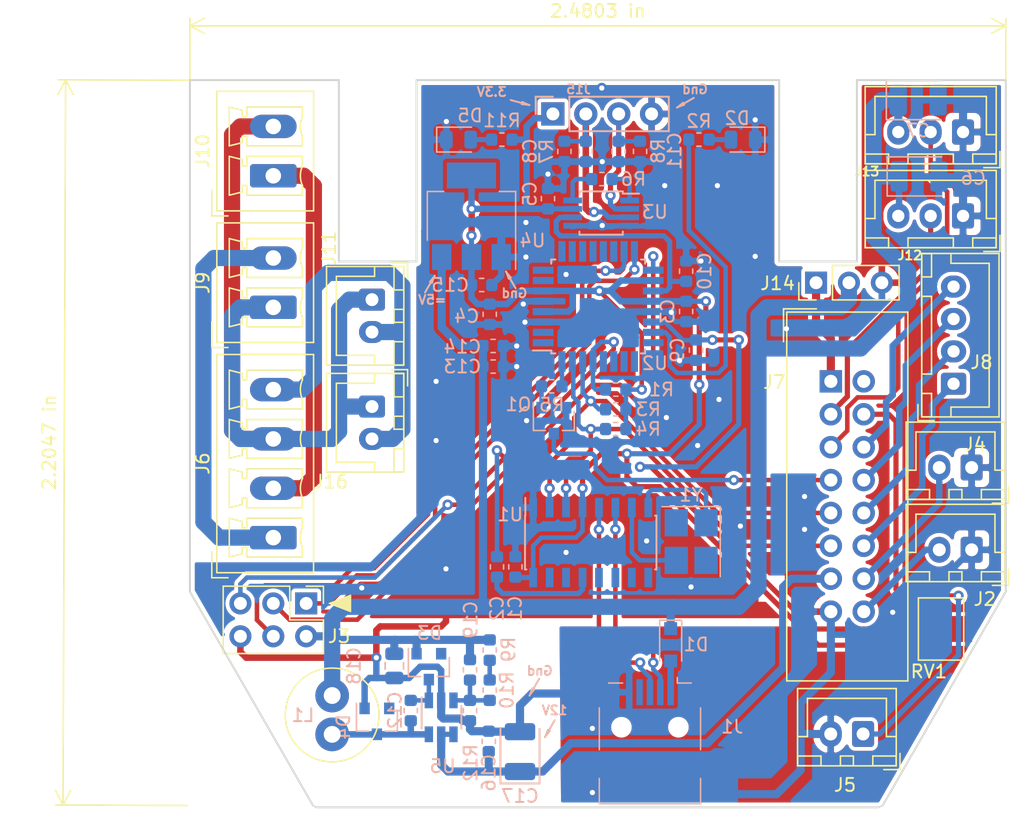
<source format=kicad_pcb>
(kicad_pcb (version 20171130) (host pcbnew "(5.1.4)-1")
  (layers (0 F.Cu signal) (31 B.Cu signal) (34 B.Paste user) (36 B.SilkS user) (37 F.SilkS user) (38 B.Mask user) (39 F.Mask user) (44 Edge.Cuts user))
  (net 0 "")
  (net 1 +12VA)
  (net 2 GND)
  (net 3 +5VA)
  (net 4 +3V3)
  (net 5 /Tez_res)
  (net 6 "Net-(C8-Pad1)")
  (net 7 /Fb)
  (net 8 /Porog)
  (net 9 /Rst)
  (net 10 "Net-(D1-Pad1)")
  (net 11 "Net-(D2-Pad2)")
  (net 12 /Mosi)
  (net 13 /Sck)
  (net 14 /Miso)
  (net 15 /servo)
  (net 16 /endstop1)
  (net 17 /endstop2)
  (net 18 /Out)
  (net 19 /Rx)
  (net 20 /Tx)
  (net 21 /temp2)
  (net 22 /temp1)
  (net 23 "Net-(J10-Pad1)")
  (net 24 +12V)
  (net 25 "Net-(Q1-Pad1)")
  (net 26 "Net-(R2-Pad2)")
  (net 27 "Net-(R6-Pad1)")
  (net 28 "Net-(R6-Pad2)")
  (net 29 "Net-(C2-Pad2)")
  (net 30 "Net-(C11-Pad2)")
  (net 31 "Net-(C12-Pad1)")
  (net 32 "Net-(C12-Pad2)")
  (net 33 "Net-(D5-Pad2)")
  (net 34 "Net-(J1-Pad2)")
  (net 35 "Net-(J1-Pad3)")
  (net 36 "Net-(J5-Pad1)")
  (net 37 "Net-(J6-Pad1)")
  (net 38 "Net-(J11-Pad2)")
  (net 39 "Net-(J7-Pad6)")
  (net 40 "Net-(J7-Pad8)")
  (net 41 "Net-(J7-Pad10)")
  (net 42 "Net-(J7-Pad12)")
  (net 43 "Net-(R5-Pad2)")
  (net 44 "Net-(R10-Pad2)")
  (net 45 "Net-(U1-Pad7)")
  (net 46 "Net-(U1-Pad8)")
  (module Connector_JST:JST_XH_B2B-XH-A_1x02_P2.50mm_Vertical (layer F.Cu) (at 76.708 43.688 180)
    (fp_text reference J4 (at -0.254 1.778) (layer F.SilkS))
    (fp_text value Conn_01x02)
    (pad 2 thru_hole oval (at 2.5 0 180) (size 1.7 2) (drill 1) (layers *.Cu *.Mask) (net 21 /temp2))
    (pad 1 thru_hole roundrect (at 0 0 180) (size 1.7 2) (drill 1) (layers *.Cu *.Mask) (roundrect_rratio 0.147059) (net 2 GND))
  )
  (module Connector_JST:JST_XH_B2B-XH-A_1x02_P2.50mm_Vertical (layer F.Cu) (at 76.708 50.038 180)
    (fp_text reference J2 (at -1.016 -3.81) (layer F.SilkS))
    (fp_text value Conn_01x02)
    (pad 2 thru_hole oval (at 2.5 0 180) (size 1.7 2) (drill 1) (layers *.Cu *.Mask) (net 22 /temp1))
    (pad 1 thru_hole roundrect (at 0 0 180) (size 1.7 2) (drill 1) (layers *.Cu *.Mask) (roundrect_rratio 0.147059) (net 2 GND))
  )
  (module Package_TO_SOT_SMD:SOT-223-3_TabPin2 (layer B.Cu) (at 38.086 24.282 90)
    (fp_text reference U4 (at -1.88 4.713 180) (layer B.SilkS) (effects (justify mirror)))
    (fp_text value AP1117-33)
    (pad 1 smd rect (at -3.15 2.3 90) (size 2 1.5) (layers B.Cu B.Paste B.Mask) (net 2 GND))
    (pad 3 smd rect (at -3.15 -2.3 90) (size 2 1.5) (layers B.Cu B.Paste B.Mask) (net 3 +5VA))
    (pad 2 smd rect (at -3.15 0 90) (size 2 1.5) (layers B.Cu B.Paste B.Mask) (net 4 +3V3))
    (pad 2 smd rect (at 3.15 0 90) (size 2 3.8) (layers B.Cu B.Paste B.Mask) (net 4 +3V3))
  )
  (module 123:PinHeader_2x03_P2.54mm_Vertical (layer F.Cu) (at 25.3238 54.1782 270)
    (fp_text reference J3 (at 2.54 -2.54 180) (layer F.SilkS))
    (fp_text value Conn_02x03_Counter_Clockwise)
    (pad 4 thru_hole oval (at 2.54 5.08 270) (size 1.7 1.7) (drill 1) (layers *.Cu *.Mask) (net 2 GND))
    (pad 3 thru_hole oval (at 0 5.08 270) (size 1.7 1.7) (drill 1) (layers *.Cu *.Mask) (net 9 /Rst))
    (pad 5 thru_hole oval (at 2.54 2.54 270) (size 1.7 1.7) (drill 1) (layers *.Cu *.Mask B.Adhes) (net 12 /Mosi))
    (pad 2 thru_hole oval (at 0 2.54 270) (size 1.7 1.7) (drill 1) (layers *.Cu *.Mask) (net 13 /Sck))
    (pad 6 thru_hole oval (at 2.54 0 270) (size 1.7 1.7) (drill 1) (layers *.Cu *.Mask) (net 3 +5VA))
    (pad 1 thru_hole rect (at 0 0 270) (size 1.7 1.7) (drill 1) (layers *.Cu *.Mask) (net 14 /Miso))
  )
  (module Connector_IDC:IDC-Header_2x08_P2.54mm_Vertical (layer F.Cu) (at 65.8368 37.0332)
    (fp_text reference J7 (at -4.3688 0.0508) (layer F.SilkS))
    (fp_text value Conn_02x08_Odd_Even)
    (pad 1 thru_hole rect (at 0 0) (size 1.7272 1.7272) (drill 1.016) (layers *.Cu *.Mask) (net 15 /servo))
    (pad 2 thru_hole oval (at 2.54 0) (size 1.7272 1.7272) (drill 1.016) (layers *.Cu *.Mask))
    (pad 3 thru_hole oval (at 0 2.54) (size 1.7272 1.7272) (drill 1.016) (layers *.Cu *.Mask) (net 16 /endstop1))
    (pad 4 thru_hole oval (at 2.54 2.54) (size 1.7272 1.7272) (drill 1.016) (layers *.Cu *.Mask) (net 36 "Net-(J5-Pad1)"))
    (pad 5 thru_hole oval (at 0 5.08) (size 1.7272 1.7272) (drill 1.016) (layers *.Cu *.Mask) (net 17 /endstop2))
    (pad 6 thru_hole oval (at 2.54 5.08) (size 1.7272 1.7272) (drill 1.016) (layers *.Cu *.Mask) (net 39 "Net-(J7-Pad6)"))
    (pad 7 thru_hole oval (at 0 7.62) (size 1.7272 1.7272) (drill 1.016) (layers *.Cu *.Mask) (net 18 /Out))
    (pad 8 thru_hole oval (at 2.54 7.62) (size 1.7272 1.7272) (drill 1.016) (layers *.Cu *.Mask) (net 40 "Net-(J7-Pad8)"))
    (pad 9 thru_hole oval (at 0 10.16) (size 1.7272 1.7272) (drill 1.016) (layers *.Cu *.Mask) (net 19 /Rx))
    (pad 10 thru_hole oval (at 2.54 10.16) (size 1.7272 1.7272) (drill 1.016) (layers *.Cu *.Mask) (net 41 "Net-(J7-Pad10)"))
    (pad 11 thru_hole oval (at 0 12.7) (size 1.7272 1.7272) (drill 1.016) (layers *.Cu *.Mask) (net 20 /Tx))
    (pad 12 thru_hole oval (at 2.54 12.7) (size 1.7272 1.7272) (drill 1.016) (layers *.Cu *.Mask) (net 42 "Net-(J7-Pad12)"))
    (pad 13 thru_hole oval (at 0 15.24) (size 1.7272 1.7272) (drill 1.016) (layers *.Cu *.Mask) (net 1 +12VA))
    (pad 14 thru_hole oval (at 2.54 15.24) (size 1.7272 1.7272) (drill 1.016) (layers *.Cu *.Mask) (net 21 /temp2))
    (pad 15 thru_hole oval (at 0 17.78) (size 1.7272 1.7272) (drill 1.016) (layers *.Cu *.Mask) (net 2 GND))
    (pad 16 thru_hole oval (at 2.54 17.78) (size 1.7272 1.7272) (drill 1.016) (layers *.Cu *.Mask) (net 22 /temp1))
  )
  (module Connector_JST:JST_XH_B3B-XH-A_1x03_P2.50mm_Vertical (layer F.Cu) (at 76.0438 24.257 180)
    (fp_text reference J12 (at 4.111 -3.048) (layer F.SilkS) (effects (font (size 0.7 0.7))))
    (fp_text value Conn_01x03)
    (pad 1 thru_hole roundrect (at 0 0 180) (size 1.7 1.95) (drill 0.95) (layers *.Cu *.Mask) (roundrect_rratio 0.147059) (net 2 GND))
    (pad 2 thru_hole oval (at 2.5 0 180) (size 1.7 1.95) (drill 0.95) (layers *.Cu *.Mask) (net 16 /endstop1))
    (pad 3 thru_hole oval (at 5 0 180) (size 1.7 1.95) (drill 0.95) (layers *.Cu *.Mask) (net 3 +5VA))
  )
  (module Connector_JST:JST_XH_B4B-XH-A_1x04_P2.50mm_Vertical (layer F.Cu) (at 75.311 37.218 90)
    (fp_text reference J8 (at 1.658 2.159) (layer F.SilkS))
    (fp_text value Conn_01x04)
    (pad 1 thru_hole roundrect (at 0 0 90) (size 1.7 1.95) (drill 0.95) (layers *.Cu *.Mask) (roundrect_rratio 0.147059) (net 42 "Net-(J7-Pad12)"))
    (pad 2 thru_hole oval (at 2.5 0 90) (size 1.7 1.95) (drill 0.95) (layers *.Cu *.Mask) (net 41 "Net-(J7-Pad10)"))
    (pad 3 thru_hole oval (at 5 0 90) (size 1.7 1.95) (drill 0.95) (layers *.Cu *.Mask) (net 40 "Net-(J7-Pad8)"))
    (pad 4 thru_hole oval (at 7.5 0 90) (size 1.7 1.95) (drill 0.95) (layers *.Cu *.Mask) (net 39 "Net-(J7-Pad6)"))
  )
  (module Connector_JST:JST_XH_B3B-XH-A_1x03_P2.50mm_Vertical (layer F.Cu) (at 76.0438 17.78 180)
    (fp_text reference J13 (at 7.413 -3.048) (layer F.SilkS) (effects (font (size 0.7 0.7))))
    (fp_text value Conn_01x03)
    (pad 1 thru_hole roundrect (at 0 0 180) (size 1.7 1.95) (drill 0.95) (layers *.Cu *.Mask) (roundrect_rratio 0.147059) (net 2 GND))
    (pad 2 thru_hole oval (at 2.5 0 180) (size 1.7 1.95) (drill 0.95) (layers *.Cu *.Mask) (net 17 /endstop2))
    (pad 3 thru_hole oval (at 5 0 180) (size 1.7 1.95) (drill 0.95) (layers *.Cu *.Mask) (net 3 +5VA))
  )
  (module Connector_JST:JST_XH_B2B-XH-A_1x02_P2.50mm_Vertical (layer F.Cu) (at 68.326 64.262 180)
    (fp_text reference J5 (at 1.397 -3.937) (layer F.SilkS))
    (fp_text value Conn_01x02)
    (pad 1 thru_hole roundrect (at 0 0 180) (size 1.7 2) (drill 1) (layers *.Cu *.Mask) (roundrect_rratio 0.147059) (net 36 "Net-(J5-Pad1)"))
    (pad 2 thru_hole oval (at 2.5 0 180) (size 1.7 2) (drill 1) (layers *.Cu *.Mask) (net 2 GND))
  )
  (module Connector_PinHeader_2.54mm:PinHeader_1x03_P2.54mm_Vertical (layer F.Cu) (at 64.6938 29.4132 90)
    (fp_text reference J14 (at -0.0508 -2.9718 180) (layer F.SilkS))
    (fp_text value Conn_01x03)
    (pad 1 thru_hole rect (at 0 0 90) (size 1.7 1.7) (drill 1) (layers *.Cu *.Mask) (net 15 /servo))
    (pad 2 thru_hole oval (at 0 2.54 90) (size 1.7 1.7) (drill 1) (layers *.Cu *.Mask) (net 3 +5VA))
    (pad 3 thru_hole oval (at 0 5.08 90) (size 1.7 1.7) (drill 1) (layers *.Cu *.Mask) (net 2 GND))
  )
  (module Connector_Phoenix_MC:PhoenixContact_MCV_1,5_4-G-3.81_1x04_P3.81mm_Vertical (layer F.Cu) (at 22.7838 49.0982 90)
    (fp_text reference J6 (at 5.72 -5.45 90) (layer F.SilkS))
    (fp_text value "12В силовые")
    (pad 1 thru_hole roundrect (at 0 0 90) (size 1.8 3.6) (drill 1.2) (layers *.Cu *.Mask) (roundrect_rratio 0.138889) (net 37 "Net-(J6-Pad1)"))
    (pad 2 thru_hole oval (at 3.81 0 90) (size 1.8 3.6) (drill 1.2) (layers *.Cu *.Mask) (net 23 "Net-(J10-Pad1)"))
    (pad 3 thru_hole oval (at 7.62 0 90) (size 1.8 3.6) (drill 1.2) (layers *.Cu *.Mask) (net 24 +12V))
    (pad 4 thru_hole oval (at 11.43 0 90) (size 1.8 3.6) (drill 1.2) (layers *.Cu *.Mask) (net 38 "Net-(J11-Pad2)"))
  )
  (module Connector_Phoenix_MC:PhoenixContact_MCV_1,5_2-G-3.81_1x02_P3.81mm_Vertical (layer F.Cu) (at 22.7838 31.3182 90)
    (fp_text reference J9 (at 1.9 -5.45 90) (layer F.SilkS))
    (fp_text value Conn_01x02)
    (pad 1 thru_hole roundrect (at 0 0 90) (size 1.8 3.6) (drill 1.2) (layers *.Cu *.Mask) (roundrect_rratio 0.138889) (net 24 +12V))
    (pad 2 thru_hole oval (at 3.81 0 90) (size 1.8 3.6) (drill 1.2) (layers *.Cu *.Mask) (net 37 "Net-(J6-Pad1)"))
  )
  (module Connector_Phoenix_MC:PhoenixContact_MCV_1,5_2-G-3.81_1x02_P3.81mm_Vertical (layer F.Cu) (at 22.7838 21.1582 90)
    (fp_text reference J10 (at 1.9 -5.45 90) (layer F.SilkS))
    (fp_text value Conn_01x02)
    (pad 1 thru_hole roundrect (at 0 0 90) (size 1.8 3.6) (drill 1.2) (layers *.Cu *.Mask) (roundrect_rratio 0.138889) (net 23 "Net-(J10-Pad1)"))
    (pad 2 thru_hole oval (at 3.81 0 90) (size 1.8 3.6) (drill 1.2) (layers *.Cu *.Mask) (net 24 +12V))
  )
  (module Connector_JST:JST_XH_B2B-XH-A_1x02_P2.50mm_Vertical (layer F.Cu) (at 30.4038 30.7232 270)
    (fp_text reference J11 (at -3.977 3.302 90) (layer F.SilkS))
    (fp_text value Conn_01x02)
    (pad 1 thru_hole roundrect (at 0 0 270) (size 1.7 2) (drill 1) (layers *.Cu *.Mask) (roundrect_rratio 0.147059) (net 24 +12V))
    (pad 2 thru_hole oval (at 2.5 0 270) (size 1.7 2) (drill 1) (layers *.Cu *.Mask) (net 38 "Net-(J11-Pad2)"))
  )
  (module Connector_JST:JST_XH_B2B-XH-A_1x02_P2.50mm_Vertical (layer F.Cu) (at 30.4038 38.9782 270)
    (fp_text reference J16 (at 5.802 3.175 180) (layer F.SilkS))
    (fp_text value Conn_01x02)
    (pad 1 thru_hole roundrect (at 0 0 270) (size 1.7 2) (drill 1) (layers *.Cu *.Mask) (roundrect_rratio 0.147059) (net 24 +12V))
    (pad 2 thru_hole oval (at 2.5 0 270) (size 1.7 2) (drill 1) (layers *.Cu *.Mask) (net 38 "Net-(J11-Pad2)"))
  )
  (module Package_QFP:TQFP-32_7x7mm_P0.8mm (layer B.Cu) (at 47.8708 31.2482)
    (fp_text reference U2 (at 4.377 4.388) (layer B.SilkS) (effects (justify mirror)))
    (fp_text value ATmega8A-AU)
    (pad 1 smd rect (at -4.25 2.8) (size 1.6 0.55) (layers B.Cu B.Paste B.Mask))
    (pad 2 smd rect (at -4.25 2) (size 1.6 0.55) (layers B.Cu B.Paste B.Mask))
    (pad 3 smd rect (at -4.25 1.2) (size 1.6 0.55) (layers B.Cu B.Paste B.Mask) (net 2 GND))
    (pad 4 smd rect (at -4.25 0.4) (size 1.6 0.55) (layers B.Cu B.Paste B.Mask) (net 4 +3V3))
    (pad 5 smd rect (at -4.25 -0.4) (size 1.6 0.55) (layers B.Cu B.Paste B.Mask) (net 2 GND))
    (pad 6 smd rect (at -4.25 -1.2) (size 1.6 0.55) (layers B.Cu B.Paste B.Mask) (net 4 +3V3))
    (pad 7 smd rect (at -4.25 -2) (size 1.6 0.55) (layers B.Cu B.Paste B.Mask))
    (pad 8 smd rect (at -4.25 -2.8) (size 1.6 0.55) (layers B.Cu B.Paste B.Mask))
    (pad 9 smd rect (at -2.8 -4.25 270) (size 1.6 0.55) (layers B.Cu B.Paste B.Mask))
    (pad 10 smd rect (at -2 -4.25 270) (size 1.6 0.55) (layers B.Cu B.Paste B.Mask))
    (pad 11 smd rect (at -1.2 -4.25 270) (size 1.6 0.55) (layers B.Cu B.Paste B.Mask))
    (pad 12 smd rect (at -0.4 -4.25 270) (size 1.6 0.55) (layers B.Cu B.Paste B.Mask))
    (pad 13 smd rect (at 0.4 -4.25 270) (size 1.6 0.55) (layers B.Cu B.Paste B.Mask))
    (pad 14 smd rect (at 1.2 -4.25 270) (size 1.6 0.55) (layers B.Cu B.Paste B.Mask))
    (pad 15 smd rect (at 2 -4.25 270) (size 1.6 0.55) (layers B.Cu B.Paste B.Mask) (net 12 /Mosi))
    (pad 16 smd rect (at 2.8 -4.25 270) (size 1.6 0.55) (layers B.Cu B.Paste B.Mask) (net 14 /Miso))
    (pad 17 smd rect (at 4.25 -2.8) (size 1.6 0.55) (layers B.Cu B.Paste B.Mask) (net 13 /Sck))
    (pad 18 smd rect (at 4.25 -2) (size 1.6 0.55) (layers B.Cu B.Paste B.Mask) (net 4 +3V3))
    (pad 19 smd rect (at 4.25 -1.2) (size 1.6 0.55) (layers B.Cu B.Paste B.Mask) (net 5 /Tez_res))
    (pad 20 smd rect (at 4.25 -0.4) (size 1.6 0.55) (layers B.Cu B.Paste B.Mask) (net 4 +3V3))
    (pad 21 smd rect (at 4.25 0.4) (size 1.6 0.55) (layers B.Cu B.Paste B.Mask) (net 2 GND))
    (pad 22 smd rect (at 4.25 1.2) (size 1.6 0.55) (layers B.Cu B.Paste B.Mask) (net 8 /Porog))
    (pad 23 smd rect (at 4.25 2) (size 1.6 0.55) (layers B.Cu B.Paste B.Mask) (net 26 "Net-(R2-Pad2)"))
    (pad 24 smd rect (at 4.25 2.8) (size 1.6 0.55) (layers B.Cu B.Paste B.Mask))
    (pad 25 smd rect (at 2.8 4.25 270) (size 1.6 0.55) (layers B.Cu B.Paste B.Mask))
    (pad 26 smd rect (at 2 4.25 270) (size 1.6 0.55) (layers B.Cu B.Paste B.Mask))
    (pad 27 smd rect (at 1.2 4.25 270) (size 1.6 0.55) (layers B.Cu B.Paste B.Mask))
    (pad 28 smd rect (at 0.4 4.25 270) (size 1.6 0.55) (layers B.Cu B.Paste B.Mask))
    (pad 29 smd rect (at -0.4 4.25 270) (size 1.6 0.55) (layers B.Cu B.Paste B.Mask) (net 9 /Rst))
    (pad 30 smd rect (at -1.2 4.25 270) (size 1.6 0.55) (layers B.Cu B.Paste B.Mask) (net 19 /Rx))
    (pad 31 smd rect (at -2 4.25 270) (size 1.6 0.55) (layers B.Cu B.Paste B.Mask) (net 20 /Tx))
    (pad 32 smd rect (at -2.8 4.25 270) (size 1.6 0.55) (layers B.Cu B.Paste B.Mask) (net 43 "Net-(R5-Pad2)"))
  )
  (module Package_SO:MSOP-8_3x3mm_P0.65mm (layer B.Cu) (at 48.0978 24.0382 180)
    (fp_text reference U3 (at -4.15 0.086) (layer B.SilkS) (effects (justify mirror)))
    (fp_text value INA333)
    (pad 1 smd rect (at -2.2 0.975 180) (size 1.45 0.45) (layers B.Cu B.Paste B.Mask) (net 28 "Net-(R6-Pad2)"))
    (pad 2 smd rect (at -2.2 0.325 180) (size 1.45 0.45) (layers B.Cu B.Paste B.Mask) (net 30 "Net-(C11-Pad2)"))
    (pad 3 smd rect (at -2.2 -0.325 180) (size 1.45 0.45) (layers B.Cu B.Paste B.Mask) (net 6 "Net-(C8-Pad1)"))
    (pad 4 smd rect (at -2.2 -0.975 180) (size 1.45 0.45) (layers B.Cu B.Paste B.Mask) (net 2 GND))
    (pad 5 smd rect (at 2.2 -0.975 180) (size 1.45 0.45) (layers B.Cu B.Paste B.Mask) (net 2 GND))
    (pad 6 smd rect (at 2.2 -0.325 180) (size 1.45 0.45) (layers B.Cu B.Paste B.Mask) (net 5 /Tez_res))
    (pad 7 smd rect (at 2.2 0.325 180) (size 1.45 0.45) (layers B.Cu B.Paste B.Mask) (net 4 +3V3))
    (pad 8 smd rect (at 2.2 0.975 180) (size 1.45 0.45) (layers B.Cu B.Paste B.Mask) (net 27 "Net-(R6-Pad1)"))
  )
  (module Inductor_THT:L_Radial_D7.0mm_P3.00mm (layer F.Cu) (at 27.329492 64.291726 90)
    (fp_text reference L1 (at 1.477526 -2.259692 180) (layer B.SilkS) (effects (justify mirror)))
    (fp_text value 10uH)
    (pad 1 thru_hole circle (at 0 0 90) (size 2.6 2.6) (drill 1.3) (layers *.Cu *.Mask) (net 31 "Net-(C12-Pad1)"))
    (pad 2 thru_hole circle (at 3 0 90) (size 2.6 2.6) (drill 1.3) (layers *.Cu *.Mask) (net 3 +5VA))
  )
  (module 123:3224W (layer F.Cu) (at 76.796 60.154 180)
    (fp_text reference RV1 (at 3.39 0.718) (layer F.SilkS))
    (fp_text value "R_POT 2k")
    (pad 2 smd rect (at 0.85 4 270) (size 2 1.6) (layers F.Cu F.Paste F.Mask) (net 8 /Porog))
    (pad 1 smd rect (at 3.75 2.75 270) (size 1.3 2) (layers F.Cu F.Paste F.Mask) (net 4 +3V3))
    (pad 3 smd rect (at 3.75 5.25 270) (size 1.3 2) (layers F.Cu F.Paste F.Mask) (net 2 GND))
  )
  (module 123:TSOT-23-6 (layer B.Cu) (at 35.746195 62.975596 270)
    (fp_text reference U5 (at 3.775604 -0.118605 180) (layer B.SilkS) (effects (justify mirror)))
    (fp_text value LM2734Y)
    (pad 6 smd rect (at 1.31 0.95 270) (size 1.22 0.65) (layers B.Cu B.Paste B.Mask) (net 31 "Net-(C12-Pad1)"))
    (pad 5 smd rect (at 1.31 0 270) (size 1.22 0.65) (layers B.Cu B.Paste B.Mask) (net 1 +12VA))
    (pad 4 smd rect (at 1.31 -0.95 270) (size 1.22 0.65) (layers B.Cu B.Paste B.Mask) (net 1 +12VA))
    (pad 3 smd rect (at -1.31 -0.95 270) (size 1.22 0.65) (layers B.Cu B.Paste B.Mask) (net 7 /Fb))
    (pad 2 smd rect (at -1.31 0 270) (size 1.22 0.65) (layers B.Cu B.Paste B.Mask) (net 2 GND))
    (pad 1 smd rect (at -1.31 0.95 270) (size 1.22 0.65) (layers B.Cu B.Paste B.Mask) (net 32 "Net-(C12-Pad2)"))
  )
  (module Connector_PinHeader_2.54mm:PinHeader_1x04_P2.54mm_Vertical (layer B.Cu) (at 44.3738 16.3832 270)
    (fp_text reference J15 (at -1.9 -1.975) (layer B.SilkS) (effects (font (size 0.7 0.7)) (justify mirror)))
    (fp_text value Тензорезистор)
    (pad 1 thru_hole rect (at 0 0 270) (size 1.8 1.8) (drill 1) (layers *.Cu *.Mask) (net 4 +3V3))
    (pad 2 thru_hole oval (at 0 -2.54 270) (size 1.8 1.8) (drill 1) (layers *.Cu *.Mask) (net 6 "Net-(C8-Pad1)"))
    (pad 3 thru_hole oval (at 0 -5.08 270) (size 1.8 1.8) (drill 1) (layers *.Cu *.Mask) (net 30 "Net-(C11-Pad2)"))
    (pad 4 thru_hole oval (at 0 -7.62 270) (size 1.8 1.8) (drill 1) (layers *.Cu *.Mask) (net 2 GND))
  )
  (module Capacitor_Tantalum_SMD:CP_EIA-3528-21_Kemet-B (layer B.Cu) (at 41.8338 65.6217 90)
    (fp_text reference C17 (at -3.429 0) (layer B.SilkS) (effects (justify mirror)))
    (fp_text value 10uF)
    (pad 1 smd roundrect (at -1.5375 0 90) (size 1.325 2.35) (layers B.Cu B.Paste B.Mask) (roundrect_rratio 0.188679) (net 1 +12VA))
    (pad 2 smd roundrect (at 1.5375 0 90) (size 1.325 2.35) (layers B.Cu B.Paste B.Mask) (roundrect_rratio 0.188679) (net 2 GND))
  )
  (module Capacitor_SMD:C_0603_1608Metric (layer B.Cu) (at 39.7613 34.3002)
    (fp_text reference C14 (at -2.3725 0.066) (layer B.SilkS) (effects (justify mirror)))
    (fp_text value 1uF)
    (pad 1 smd roundrect (at -0.7875 0) (size 0.875 0.95) (layers B.Cu B.Paste B.Mask) (net 3 +5VA))
    (pad 2 smd roundrect (at 0.7875 0) (size 0.875 0.95) (layers B.Cu B.Paste B.Mask) (net 2 GND))
  )
  (module Capacitor_SMD:C_0603_1608Metric (layer B.Cu) (at 38.873502 29.591)
    (fp_text reference C15 (at -2.424502 0) (layer B.SilkS) (effects (justify mirror)))
    (fp_text value 1uF)
    (pad 1 smd roundrect (at -0.7875 0) (size 0.875 0.95) (layers B.Cu B.Paste B.Mask) (net 4 +3V3))
    (pad 2 smd roundrect (at 0.7875 0) (size 0.875 0.95) (layers B.Cu B.Paste B.Mask) (net 2 GND))
  )
  (module Capacitor_SMD:C_0603_1608Metric (layer B.Cu) (at 39.7613 35.8902)
    (fp_text reference C13 (at -2.3725 0) (layer B.SilkS) (effects (justify mirror)))
    (fp_text value 1uF)
    (pad 1 smd roundrect (at -0.7875 0) (size 0.875 0.95) (layers B.Cu B.Paste B.Mask) (net 3 +5VA))
    (pad 2 smd roundrect (at 0.7875 0) (size 0.875 0.95) (layers B.Cu B.Paste B.Mask) (net 2 GND))
  )
  (module Capacitor_SMD:C_0603_1608Metric (layer B.Cu) (at 39.497 31.8515 270)
    (fp_text reference C4 (at 0.1525 1.778 180) (layer B.SilkS) (effects (justify mirror)))
    (fp_text value 1uF)
    (pad 1 smd roundrect (at -0.7875 0 270) (size 0.875 0.95) (layers B.Cu B.Paste B.Mask) (net 4 +3V3))
    (pad 2 smd roundrect (at 0.7875 0 270) (size 0.875 0.95) (layers B.Cu B.Paste B.Mask) (net 2 GND))
  )
  (module Capacitor_SMD:C_0603_1608Metric (layer B.Cu) (at 54.6608 28.5242 90)
    (fp_text reference C10 (at 0 1.43 90) (layer B.SilkS) (effects (justify mirror)))
    (fp_text value 1uF)
    (pad 1 smd roundrect (at -0.7875 0 90) (size 0.875 0.95) (layers B.Cu B.Paste B.Mask) (net 5 /Tez_res))
    (pad 2 smd roundrect (at 0.7875 0 90) (size 0.875 0.95) (layers B.Cu B.Paste B.Mask) (net 2 GND))
  )
  (module Capacitor_SMD:C_0603_1608Metric (layer B.Cu) (at 33.399195 62.453094 90)
    (fp_text reference C12 (at 0.019894 -1.217395 90) (layer B.SilkS) (effects (justify mirror)))
    (fp_text value 0.01uF)
    (pad 1 smd roundrect (at -0.7875 0 90) (size 0.875 0.95) (layers B.Cu B.Paste B.Mask) (net 31 "Net-(C12-Pad1)"))
    (pad 2 smd roundrect (at 0.7875 0 90) (size 0.875 0.95) (layers B.Cu B.Paste B.Mask) (net 32 "Net-(C12-Pad2)"))
  )
  (module Capacitor_SMD:C_0603_1608Metric (layer B.Cu) (at 39.4208 64.8342 270)
    (fp_text reference C16 (at 2.425 0 90) (layer B.SilkS) (effects (justify mirror)))
    (fp_text value 1uF)
    (pad 1 smd roundrect (at -0.7875 0 270) (size 0.875 0.95) (layers B.Cu B.Paste B.Mask) (net 2 GND))
    (pad 2 smd roundrect (at 0.7875 0 270) (size 0.875 0.95) (layers B.Cu B.Paste B.Mask) (net 1 +12VA))
  )
  (module Capacitor_SMD:C_0805_2012Metric (layer B.Cu) (at 32.129195 59.000095 90)
    (fp_text reference C18 (at -0.004105 -3.122395 90) (layer B.SilkS) (effects (justify mirror)))
    (fp_text value 22uF)
    (pad 1 smd roundrect (at -0.9375 0 90) (size 0.975 1.4) (layers B.Cu B.Paste B.Mask) (net 2 GND))
    (pad 2 smd roundrect (at 0.9375 0 90) (size 0.975 1.4) (layers B.Cu B.Paste B.Mask) (net 3 +5VA))
  )
  (module Capacitor_SMD:C_0603_1608Metric (layer B.Cu) (at 37.971195 59.307095 90)
    (fp_text reference C19 (at 3.858895 0.052605 90) (layer B.SilkS) (effects (justify mirror)))
    (fp_text value 1000pF)
    (pad 1 smd roundrect (at -0.7875 0 90) (size 0.875 0.95) (layers B.Cu B.Paste B.Mask) (net 7 /Fb))
    (pad 2 smd roundrect (at 0.7875 0 90) (size 0.875 0.95) (layers B.Cu B.Paste B.Mask) (net 3 +5VA))
  )
  (module Capacitor_SMD:C_0603_1608Metric (layer B.Cu) (at 43.9928 22.925699 90)
    (fp_text reference C5 (at 0.370499 -1.397 90) (layer B.SilkS) (effects (justify mirror)))
    (fp_text value 1uF)
    (pad 1 smd roundrect (at -0.7875 0 90) (size 0.875 0.95) (layers B.Cu B.Paste B.Mask) (net 4 +3V3))
    (pad 2 smd roundrect (at 0.7875 0 90) (size 0.875 0.95) (layers B.Cu B.Paste B.Mask) (net 2 GND))
  )
  (module Capacitor_SMD:C_0603_1608Metric (layer B.Cu) (at 45.2628 19.2787 270)
    (fp_text reference C8 (at -0.0255 2.667 90) (layer B.SilkS) (effects (justify mirror)))
    (fp_text value 1uF)
    (pad 1 smd roundrect (at -0.7875 0 270) (size 0.875 0.95) (layers B.Cu B.Paste B.Mask) (net 6 "Net-(C8-Pad1)"))
    (pad 2 smd roundrect (at 0.7875 0 270) (size 0.875 0.95) (layers B.Cu B.Paste B.Mask) (net 2 GND))
  )
  (module Capacitor_SMD:C_0603_1608Metric (layer B.Cu) (at 51.1048 19.2787 90)
    (fp_text reference C11 (at 0.0255 2.667 90) (layer B.SilkS) (effects (justify mirror)))
    (fp_text value 1uF)
    (pad 1 smd roundrect (at -0.7875 0 90) (size 0.875 0.95) (layers B.Cu B.Paste B.Mask) (net 2 GND))
    (pad 2 smd roundrect (at 0.7875 0 90) (size 0.875 0.95) (layers B.Cu B.Paste B.Mask) (net 30 "Net-(C11-Pad2)"))
  )
  (module Capacitor_SMD:C_0603_1608Metric (layer B.Cu) (at 54.6608 31.6357 270)
    (fp_text reference C3 (at 0 1.43 90) (layer B.SilkS) (effects (justify mirror)))
    (fp_text value 1uF)
    (pad 1 smd roundrect (at -0.7875 0 270) (size 0.875 0.95) (layers B.Cu B.Paste B.Mask) (net 4 +3V3))
    (pad 2 smd roundrect (at 0.7875 0 270) (size 0.875 0.95) (layers B.Cu B.Paste B.Mask) (net 2 GND))
  )
  (module Capacitor_SMD:C_0603_1608Metric (layer B.Cu) (at 55.4228 34.6202 270)
    (fp_text reference C9 (at 0 1.43 90) (layer B.SilkS) (effects (justify mirror)))
    (fp_text value 1uF)
    (pad 1 smd roundrect (at -0.7875 0 270) (size 0.875 0.95) (layers B.Cu B.Paste B.Mask) (net 8 /Porog))
    (pad 2 smd roundrect (at 0.7875 0 270) (size 0.875 0.95) (layers B.Cu B.Paste B.Mask) (net 2 GND))
  )
  (module Capacitor_Tantalum_SMD:CP_EIA-3528-21_Kemet-B (layer B.Cu) (at 72.644 21.209)
    (fp_text reference C6 (at 4.191 0.127) (layer B.SilkS) (effects (justify mirror)))
    (fp_text value 10uF)
    (pad 1 smd roundrect (at -1.5375 0) (size 1.325 2.35) (layers B.Cu B.Paste B.Mask) (roundrect_rratio 0.188679) (net 3 +5VA))
    (pad 2 smd roundrect (at 1.5375 0) (size 1.325 2.35) (layers B.Cu B.Paste B.Mask) (roundrect_rratio 0.188679) (net 2 GND))
  )
  (module Capacitor_Tantalum_SMD:CP_EIA-3528-21_Kemet-B (layer B.Cu) (at 72.5813 15.3162)
    (fp_text reference C7 (at 0 2.35) (layer B.SilkS) (effects (justify mirror)))
    (fp_text value 10uF)
    (pad 1 smd roundrect (at -1.5375 0) (size 1.325 2.35) (layers B.Cu B.Paste B.Mask) (roundrect_rratio 0.188679) (net 3 +5VA))
    (pad 2 smd roundrect (at 1.5375 0) (size 1.325 2.35) (layers B.Cu B.Paste B.Mask) (roundrect_rratio 0.188679) (net 2 GND))
  )
  (module Diode_SMD:D_SOD-323_HandSoldering (layer B.Cu) (at 53.4668 57.3732 270)
    (fp_text reference D1 (at -0.02 -1.956 180) (layer B.SilkS) (effects (justify mirror)))
    (fp_text value BAS321)
    (pad 2 smd rect (at -1.25 0 270) (size 1 1) (layers B.Cu B.Paste B.Mask) (net 3 +5VA))
    (pad 1 smd rect (at 1.25 0 270) (size 1 1) (layers B.Cu B.Paste B.Mask) (net 10 "Net-(D1-Pad1)"))
  )
  (module LED_SMD:LED_0805_2012Metric (layer B.Cu) (at 59.0573 18.3642 180)
    (fp_text reference D2 (at 0.4595 1.65) (layer B.SilkS) (effects (justify mirror)))
    (fp_text value LED)
    (pad 1 smd roundrect (at -0.9375 0 180) (size 0.975 1.4) (layers B.Cu B.Paste B.Mask) (net 2 GND))
    (pad 2 smd roundrect (at 0.9375 0 180) (size 0.975 1.4) (layers B.Cu B.Paste B.Mask) (net 11 "Net-(D2-Pad2)"))
  )
  (module Diode_SMD:D_SOT-23_ANK (layer B.Cu) (at 34.796195 59.062595 270)
    (fp_text reference D3 (at -2.598395 -0.052605 180) (layer B.SilkS) (effects (justify mirror)))
    (fp_text value "Диод Шоттки")
    (pad 2 smd rect (at -1 0.95 270) (size 0.9 0.8) (layers B.Cu B.Paste B.Mask) (net 3 +5VA))
    (pad "" smd rect (at -1 -0.95 270) (size 0.9 0.8) (layers B.Cu B.Paste B.Mask))
    (pad 1 smd rect (at 1 0 270) (size 0.9 0.8) (layers B.Cu B.Paste B.Mask) (net 32 "Net-(C12-Pad2)"))
  )
  (module Diode_SMD:D_SOT-23_ANK (layer B.Cu) (at 30.7848 63.285596 270)
    (fp_text reference D4 (at 0.433604 2.592605 90) (layer B.SilkS) (effects (justify mirror)))
    (fp_text value "Диод Шоттки")
    (pad 2 smd rect (at -1 0.95 270) (size 0.9 0.8) (layers B.Cu B.Paste B.Mask) (net 2 GND))
    (pad "" smd rect (at -1 -0.95 270) (size 0.9 0.8) (layers B.Cu B.Paste B.Mask))
    (pad 1 smd rect (at 1 0 270) (size 0.9 0.8) (layers B.Cu B.Paste B.Mask) (net 31 "Net-(C12-Pad1)"))
  )
  (module LED_SMD:LED_0805_2012Metric (layer B.Cu) (at 37.0863 18.3642)
    (fp_text reference D5 (at 0.8867 -1.8542) (layer B.SilkS) (effects (justify mirror)))
    (fp_text value LED)
    (pad 1 smd roundrect (at -0.9375 0) (size 0.975 1.4) (layers B.Cu B.Paste B.Mask) (net 2 GND))
    (pad 2 smd roundrect (at 0.9375 0) (size 0.975 1.4) (layers B.Cu B.Paste B.Mask) (net 33 "Net-(D5-Pad2)"))
  )
  (module Connector_USB:USB_Mini-B_Lumberg_2486_01_Horizontal (layer B.Cu) (at 51.8668 63.7362 180)
    (fp_text reference J1 (at -6.35 0.033) (layer B.SilkS) (effects (justify mirror)))
    (fp_text value USB_B_Micro)
    (pad 1 smd rect (at -1.6 2.7 180) (size 0.5 2) (layers B.Cu B.Paste B.Mask) (net 10 "Net-(D1-Pad1)"))
    (pad 2 smd rect (at -0.8 2.7 180) (size 0.5 2) (layers B.Cu B.Paste B.Mask) (net 34 "Net-(J1-Pad2)"))
    (pad 3 smd rect (at 0 2.7 180) (size 0.5 2) (layers B.Cu B.Paste B.Mask) (net 35 "Net-(J1-Pad3)"))
    (pad 4 smd rect (at 0.8 2.7 180) (size 0.5 2) (layers B.Cu B.Paste B.Mask))
    (pad 5 smd rect (at 1.6 2.7 180) (size 0.5 2) (layers B.Cu B.Paste B.Mask) (net 2 GND))
    (pad 6 smd rect (at -4.45 2.6 180) (size 2 1.7) (layers B.Cu B.Paste B.Mask) (net 2 GND))
    (pad 6 smd rect (at -4.45 -2.85 180) (size 2 1.7) (layers B.Cu B.Paste B.Mask) (net 2 GND))
    (pad 6 smd rect (at 4.45 2.6 180) (size 2 1.7) (layers B.Cu B.Paste B.Mask) (net 2 GND))
    (pad 6 smd rect (at 4.45 -2.85 180) (size 2 1.7) (layers B.Cu B.Paste B.Mask) (net 2 GND))
    (pad "" np_thru_hole circle (at -2.2 0 180) (size 1 1) (drill 1) (layers *.Cu *.Mask))
    (pad "" np_thru_hole circle (at 2.2 0 180) (size 1 1) (drill 1) (layers *.Cu *.Mask))
  )
  (module Package_TO_SOT_SMD:SOT-23 (layer B.Cu) (at 44.4458 40.0652 270)
    (fp_text reference Q1 (at -1.254 2.739 180) (layer B.SilkS) (effects (justify mirror)))
    (fp_text value BC817)
    (pad 1 smd rect (at -1 0.95 270) (size 0.9 0.8) (layers B.Cu B.Paste B.Mask) (net 25 "Net-(Q1-Pad1)"))
    (pad 2 smd rect (at -1 -0.95 270) (size 0.9 0.8) (layers B.Cu B.Paste B.Mask) (net 2 GND))
    (pad 3 smd rect (at 1 0 270) (size 0.9 0.8) (layers B.Cu B.Paste B.Mask) (net 18 /Out))
  )
  (module Resistor_SMD:R_0603_1608Metric (layer B.Cu) (at 49.2253 37.6682)
    (fp_text reference R1 (at 3.5305 0) (layer B.SilkS) (effects (justify mirror)))
    (fp_text value 10k)
    (pad 1 smd roundrect (at -0.7875 0) (size 0.875 0.95) (layers B.Cu B.Paste B.Mask) (net 9 /Rst))
    (pad 2 smd roundrect (at 0.7875 0) (size 0.875 0.95) (layers B.Cu B.Paste B.Mask) (net 4 +3V3))
  )
  (module Resistor_SMD:R_0603_1608Metric (layer B.Cu) (at 44.2833 37.4142)
    (fp_text reference R5 (at 0 1.43) (layer B.SilkS) (effects (justify mirror)))
    (fp_text value 360)
    (pad 1 smd roundrect (at -0.7875 0) (size 0.875 0.95) (layers B.Cu B.Paste B.Mask) (net 25 "Net-(Q1-Pad1)"))
    (pad 2 smd roundrect (at 0.7875 0) (size 0.875 0.95) (layers B.Cu B.Paste B.Mask) (net 43 "Net-(R5-Pad2)"))
  )
  (module Resistor_SMD:R_0603_1608Metric (layer B.Cu) (at 55.6513 18.3642 180)
    (fp_text reference R2 (at 0 1.43) (layer B.SilkS) (effects (justify mirror)))
    (fp_text value 360)
    (pad 1 smd roundrect (at -0.7875 0 180) (size 0.875 0.95) (layers B.Cu B.Paste B.Mask) (net 11 "Net-(D2-Pad2)"))
    (pad 2 smd roundrect (at 0.7875 0 180) (size 0.875 0.95) (layers B.Cu B.Paste B.Mask) (net 26 "Net-(R2-Pad2)"))
  )
  (module Resistor_SMD:R_0603_1608Metric (layer B.Cu) (at 49.2253 39.1922)
    (fp_text reference R3 (at 2.5145 0) (layer B.SilkS) (effects (justify mirror)))
    (fp_text value 10k)
    (pad 1 smd roundrect (at -0.7875 0) (size 0.875 0.95) (layers B.Cu B.Paste B.Mask) (net 19 /Rx))
    (pad 2 smd roundrect (at 0.7875 0) (size 0.875 0.95) (layers B.Cu B.Paste B.Mask) (net 4 +3V3))
  )
  (module Resistor_SMD:R_0603_1608Metric (layer B.Cu) (at 49.2253 40.7162)
    (fp_text reference R4 (at 2.5145 0) (layer B.SilkS) (effects (justify mirror)))
    (fp_text value 10k)
    (pad 1 smd roundrect (at -0.7875 0) (size 0.875 0.95) (layers B.Cu B.Paste B.Mask) (net 20 /Tx))
    (pad 2 smd roundrect (at 0.7875 0) (size 0.875 0.95) (layers B.Cu B.Paste B.Mask) (net 4 +3V3))
  )
  (module Resistor_SMD:R_0603_1608Metric (layer B.Cu) (at 48.158299 21.4122)
    (fp_text reference R6 (at 2.438501 0) (layer B.SilkS) (effects (justify mirror)))
    (fp_text value 83)
    (pad 1 smd roundrect (at -0.7875 0) (size 0.875 0.95) (layers B.Cu B.Paste B.Mask) (net 27 "Net-(R6-Pad1)"))
    (pad 2 smd roundrect (at 0.7875 0) (size 0.875 0.95) (layers B.Cu B.Paste B.Mask) (net 28 "Net-(R6-Pad2)"))
  )
  (module Resistor_SMD:R_0603_1608Metric (layer B.Cu) (at 39.495195 57.783095 270)
    (fp_text reference R9 (at -0.048895 -1.449605 90) (layer B.SilkS) (effects (justify mirror)))
    (fp_text value 1.5k)
    (pad 1 smd roundrect (at -0.7875 0 270) (size 0.875 0.95) (layers B.Cu B.Paste B.Mask) (net 3 +5VA))
    (pad 2 smd roundrect (at 0.7875 0 270) (size 0.875 0.95) (layers B.Cu B.Paste B.Mask) (net 44 "Net-(R10-Pad2)"))
  )
  (module Resistor_SMD:R_0603_1608Metric (layer B.Cu) (at 39.495195 60.878095 90)
    (fp_text reference R10 (at 0 1.322605 90) (layer B.SilkS) (effects (justify mirror)))
    (fp_text value 51k)
    (pad 1 smd roundrect (at -0.7875 0 90) (size 0.875 0.95) (layers B.Cu B.Paste B.Mask) (net 7 /Fb))
    (pad 2 smd roundrect (at 0.7875 0 90) (size 0.875 0.95) (layers B.Cu B.Paste B.Mask) (net 44 "Net-(R10-Pad2)"))
  )
  (module Resistor_SMD:R_0603_1608Metric (layer B.Cu) (at 40.4368 18.3642)
    (fp_text reference R11 (at 0 -1.4732) (layer B.SilkS) (effects (justify mirror)))
    (fp_text value 360)
    (pad 1 smd roundrect (at -0.7875 0) (size 0.875 0.95) (layers B.Cu B.Paste B.Mask) (net 33 "Net-(D5-Pad2)"))
    (pad 2 smd roundrect (at 0.7875 0) (size 0.875 0.95) (layers B.Cu B.Paste B.Mask) (net 4 +3V3))
  )
  (module Resistor_SMD:R_0603_1608Metric (layer B.Cu) (at 37.971195 62.453095 90)
    (fp_text reference R12 (at -4.044105 0.052605 90) (layer B.SilkS) (effects (justify mirror)))
    (fp_text value 10k)
    (pad 1 smd roundrect (at -0.7875 0 90) (size 0.875 0.95) (layers B.Cu B.Paste B.Mask) (net 2 GND))
    (pad 2 smd roundrect (at 0.7875 0 90) (size 0.875 0.95) (layers B.Cu B.Paste B.Mask) (net 7 /Fb))
  )
  (module Resistor_SMD:R_0603_1608Metric (layer B.Cu) (at 46.9138 19.2787 90)
    (fp_text reference R7 (at 0 -3.048 90) (layer B.SilkS) (effects (justify mirror)))
    (fp_text value 200)
    (pad 1 smd roundrect (at -0.7875 0 90) (size 0.875 0.95) (layers B.Cu B.Paste B.Mask) (net 2 GND))
    (pad 2 smd roundrect (at 0.7875 0 90) (size 0.875 0.95) (layers B.Cu B.Paste B.Mask) (net 6 "Net-(C8-Pad1)"))
  )
  (module Resistor_SMD:R_0603_1608Metric (layer B.Cu) (at 49.453801 19.2787 90)
    (fp_text reference R8 (at 0.0255 3.047999 90) (layer B.SilkS) (effects (justify mirror)))
    (fp_text value 200)
    (pad 1 smd roundrect (at -0.7875 0 90) (size 0.875 0.95) (layers B.Cu B.Paste B.Mask) (net 2 GND))
    (pad 2 smd roundrect (at 0.7875 0 90) (size 0.875 0.95) (layers B.Cu B.Paste B.Mask) (net 30 "Net-(C11-Pad2)"))
  )
  (module Package_SO:SOIC-16_3.9x9.9mm_P1.27mm (layer B.Cu) (at 47.2948 49.4792 270)
    (fp_text reference U1 (at -2.159 6.223 180) (layer B.SilkS) (effects (justify mirror)))
    (fp_text value CH340G)
    (pad 1 smd rect (at -2.7 4.445 270) (size 1.5 0.6) (layers B.Cu B.Paste B.Mask) (net 2 GND))
    (pad 2 smd rect (at -2.7 3.175 270) (size 1.5 0.6) (layers B.Cu B.Paste B.Mask) (net 19 /Rx))
    (pad 3 smd rect (at -2.7 1.905 270) (size 1.5 0.6) (layers B.Cu B.Paste B.Mask) (net 20 /Tx))
    (pad 4 smd rect (at -2.7 0.635 270) (size 1.5 0.6) (layers B.Cu B.Paste B.Mask) (net 4 +3V3))
    (pad 5 smd rect (at -2.7 -0.635 270) (size 1.5 0.6) (layers B.Cu B.Paste B.Mask) (net 35 "Net-(J1-Pad3)"))
    (pad 6 smd rect (at -2.7 -1.905 270) (size 1.5 0.6) (layers B.Cu B.Paste B.Mask) (net 34 "Net-(J1-Pad2)"))
    (pad 7 smd rect (at -2.7 -3.175 270) (size 1.5 0.6) (layers B.Cu B.Paste B.Mask) (net 45 "Net-(U1-Pad7)"))
    (pad 8 smd rect (at -2.7 -4.445 270) (size 1.5 0.6) (layers B.Cu B.Paste B.Mask) (net 46 "Net-(U1-Pad8)"))
    (pad 9 smd rect (at 2.7 -4.445 270) (size 1.5 0.6) (layers B.Cu B.Paste B.Mask))
    (pad 10 smd rect (at 2.7 -3.175 270) (size 1.5 0.6) (layers B.Cu B.Paste B.Mask))
    (pad 11 smd rect (at 2.7 -1.905 270) (size 1.5 0.6) (layers B.Cu B.Paste B.Mask))
    (pad 12 smd rect (at 2.7 -0.635 270) (size 1.5 0.6) (layers B.Cu B.Paste B.Mask))
    (pad 13 smd rect (at 2.7 0.635 270) (size 1.5 0.6) (layers B.Cu B.Paste B.Mask) (net 29 "Net-(C2-Pad2)"))
    (pad 14 smd rect (at 2.7 1.905 270) (size 1.5 0.6) (layers B.Cu B.Paste B.Mask))
    (pad 15 smd rect (at 2.7 3.175 270) (size 1.5 0.6) (layers B.Cu B.Paste B.Mask))
    (pad 16 smd rect (at 2.7 4.445 270) (size 1.5 0.6) (layers B.Cu B.Paste B.Mask) (net 4 +3V3))
  )
  (module 123:Crystal_SMD_3225-4Pin_3.2x2.5mm_HandSoldering (layer B.Cu) (at 55.0488 49.4052 270)
    (fp_text reference Y1 (at -3.609 0.007 180) (layer B.SilkS) (effects (justify mirror)))
    (fp_text value 12MHz)
    (pad 4 smd rect (at -1.45 1.15 270) (size 2.1 1.8) (layers B.Cu B.Paste B.Mask))
    (pad 2 smd rect (at 1.45 1.15 270) (size 2.1 1.8) (layers B.Cu B.Paste B.Mask) (net 45 "Net-(U1-Pad7)"))
    (pad 3 smd rect (at 1.45 -1.15 270) (size 2.1 1.8) (layers B.Cu B.Paste B.Mask))
    (pad 1 smd rect (at -1.45 -1.15 270) (size 2.1 1.8) (layers B.Cu B.Paste B.Mask) (net 46 "Net-(U1-Pad8)"))
  )
  (module Capacitor_SMD:C_0603_1608Metric (layer B.Cu) (at 41.4782 51.3587 90)
    (fp_text reference C1 (at -3.2005 -0.0254 90) (layer B.SilkS) (effects (justify mirror)))
    (fp_text value 1uF)
    (pad 1 smd roundrect (at -0.7875 0 90) (size 0.875 0.95) (layers B.Cu B.Paste B.Mask) (net 4 +3V3))
    (pad 2 smd roundrect (at 0.7875 0 90) (size 0.875 0.95) (layers B.Cu B.Paste B.Mask) (net 2 GND))
  )
  (module Capacitor_SMD:C_0603_1608Metric (layer B.Cu) (at 40.0558 51.3589 270)
    (fp_text reference C2 (at 3.2003 0 90) (layer B.SilkS) (effects (justify mirror)))
    (fp_text value 10uF)
    (pad 1 smd roundrect (at -0.7875 0 270) (size 0.875 0.95) (layers B.Cu B.Paste B.Mask) (net 9 /Rst))
    (pad 2 smd roundrect (at 0.7875 0 270) (size 0.875 0.95) (layers B.Cu B.Paste B.Mask) (net 29 "Net-(C2-Pad2)"))
  )
  (gr_line (start 61.8438 13.7732) (end 61.8438 27.7732) (layer Edge.Cuts) (width 0.15))
  (gr_line (start 61.8438 27.7732) (end 67.8438 27.7732) (layer Edge.Cuts) (width 0.15))
  (gr_line (start 67.8438 27.7732) (end 67.8438 13.7732) (layer Edge.Cuts) (width 0.15))
  (gr_line (start 67.8438 13.7732) (end 79.3438 13.7732) (layer Edge.Cuts) (width 0.15))
  (gr_line (start 27.8438 13.7732) (end 27.8438 27.7732) (layer Edge.Cuts) (width 0.15))
  (gr_line (start 27.8438 27.7732) (end 33.8438 27.7732) (layer Edge.Cuts) (width 0.15))
  (gr_line (start 33.8438 27.7732) (end 33.8438 13.7732) (layer Edge.Cuts) (width 0.15))
  (gr_line (start 16.3438 13.7732) (end 27.8438 13.7732) (layer Edge.Cuts) (width 0.15))
  (gr_line (start 79.3438 13.7732) (end 79.3438 53.2732) (layer Edge.Cuts) (width 0.15))
  (gr_line (start 16.3438 13.7732) (end 16.3438 53.2732) (layer Edge.Cuts) (width 0.15))
  (gr_line (start 69.5198 69.9262) (end 26.0858 69.9262) (layer Edge.Cuts) (width 0.15))
  (gr_line (start 25.8438 69.7732) (end 16.3438 53.2732) (layer Edge.Cuts) (width 0.15))
  (gr_line (start 69.8438 69.7732) (end 79.3438 53.2732) (layer Edge.Cuts) (width 0.15))
  (gr_line (start 26.0858 69.9262) (end 25.8438 69.7732) (layer Edge.Cuts) (width 0.12))
  (gr_line (start 69.5198 69.9262) (end 69.8438 69.7732) (layer Edge.Cuts) (width 0.12))
  (gr_line (start 33.8438 13.7732) (end 61.8438 13.7732) (layer Edge.Cuts) (width 0.15))
  (gr_poly (pts (xy 28.7528 53.5432) (xy 28.7528 54.8132) (xy 27.1018 54.1782)) (layer F.SilkS) (width 0.1))
  (gr_line (start 35.039473 29.436995) (end 35.252871 28.867377) (layer B.SilkS) (width 0.12))
  (gr_line (start 35.252871 28.867377) (end 34.502869 30.166417) (layer B.SilkS) (width 0.15))
  (gr_line (start 35.252871 28.867377) (end 34.866269 29.336994) (layer B.SilkS) (width 0.12))
  (gr_line (start 34.866269 29.336994) (end 35.039473 29.436995) (layer B.SilkS) (width 0.12))
  (gr_line (start 41.132702 29.015714) (end 40.746101 28.546096) (layer B.SilkS) (width 0.12))
  (gr_line (start 40.746101 28.546096) (end 41.496099 29.845135) (layer B.SilkS) (width 0.15))
  (gr_line (start 40.746101 28.546096) (end 40.959496 29.115711) (layer B.SilkS) (width 0.12))
  (gr_line (start 40.959496 29.115711) (end 41.132702 29.015714) (layer B.SilkS) (width 0.12))
  (dimension 63 (width 0.12) (layer F.SilkS) (gr_text "63,000 мм" (at 47.8438 8.3132) (layer F.SilkS) (effects (font (size 1 1) (thickness 0.15)))) (feature1 (pts (xy 16.3438 13.7732) (xy 16.3438 8.996779))) (feature2 (pts (xy 79.3438 13.7732) (xy 79.3438 8.996779))) (crossbar (pts (xy 79.3438 9.5832) (xy 16.3438 9.5832))) (arrow1a (pts (xy 16.3438 9.5832) (xy 17.470304 8.996779))) (arrow1b (pts (xy 16.3438 9.5832) (xy 17.470304 10.169621))) (arrow2a (pts (xy 79.3438 9.5832) (xy 78.217296 8.996779))) (arrow2b (pts (xy 79.3438 9.5832) (xy 78.217296 10.169621))))
  (dimension 56.000357 (width 0.12) (layer F.SilkS) (gr_text "56,000 мм" (at 5.376074 41.744369 89.79537309) (layer F.SilkS) (effects (font (size 1 1) (thickness 0.15)))) (feature1 (pts (xy 16.1488 69.7832) (xy 5.959649 69.74681))) (feature2 (pts (xy 16.3488 13.7832) (xy 6.159649 13.74681))) (crossbar (pts (xy 6.746066 13.748905) (xy 6.546066 69.748905))) (arrow1a (pts (xy 6.546066 69.748905) (xy 5.963672 68.620314))) (arrow1b (pts (xy 6.546066 69.748905) (xy 7.136506 68.624503))) (arrow2a (pts (xy 6.746066 13.748905) (xy 6.155626 14.873307))) (arrow2b (pts (xy 6.746066 13.748905) (xy 7.32846 14.877496))))
  (gr_text Gnd (at 43.3578 59.3852) (layer B.SilkS) (effects (font (size 0.7 0.7)) (justify mirror)))
  (gr_text 12V (at 44.5008 62.4332) (layer B.SilkS) (effects (font (size 0.7 0.7)) (justify mirror)))
  (gr_text Gnd (at 55.3488 14.4832) (layer B.SilkS) (effects (font (size 0.7 0.7)) (justify mirror)))
  (gr_text 3.3V (at 39.6488 14.6832) (layer B.SilkS) (effects (font (size 0.7 0.7)) (justify mirror)))
  (gr_text Gnd (at 41.402 30.226) (layer B.SilkS) (effects (font (size 0.7 0.7)) (justify mirror)))
  (gr_text =5V (at 35.052 30.734) (layer B.SilkS) (effects (font (size 0.7 0.7)) (justify mirror)))
  (gr_line (start 42.563763 15.698406) (end 41.114874 15.310177) (layer B.SilkS) (width 0.15))
  (gr_line (start 41.958325 15.639707) (end 42.563763 15.698406) (layer B.SilkS) (width 0.12))
  (gr_line (start 42.01009 15.446521) (end 41.958325 15.639707) (layer B.SilkS) (width 0.12))
  (gr_line (start 42.563763 15.698406) (end 42.01009 15.446521) (layer B.SilkS) (width 0.12))
  (gr_line (start 53.954675 15.890135) (end 54.524288 15.676739) (layer B.SilkS) (width 0.12))
  (gr_line (start 53.954675 15.890135) (end 55.253714 15.140138) (layer B.SilkS) (width 0.15))
  (gr_line (start 54.524288 15.676739) (end 54.424289 15.503534) (layer B.SilkS) (width 0.12))
  (gr_line (start 54.424289 15.503534) (end 53.954675 15.890135) (layer B.SilkS) (width 0.12))
  (gr_line (start 43.762713 64.50115) (end 44.512712 63.202113) (layer B.SilkS) (width 0.15))
  (gr_line (start 43.976111 63.931537) (end 43.762713 64.50115) (layer B.SilkS) (width 0.12))
  (gr_line (start 44.149317 64.031536) (end 43.976111 63.931537) (layer B.SilkS) (width 0.12))
  (gr_line (start 43.762713 64.50115) (end 44.149317 64.031536) (layer B.SilkS) (width 0.12))
  (gr_line (start 42.562713 61.30115) (end 42.949317 60.831536) (layer B.SilkS) (width 0.12))
  (gr_line (start 42.562713 61.30115) (end 43.312712 60.002113) (layer B.SilkS) (width 0.15))
  (gr_line (start 42.949317 60.831536) (end 42.776111 60.731537) (layer B.SilkS) (width 0.12))
  (gr_line (start 42.776111 60.731537) (end 42.562713 61.30115) (layer B.SilkS) (width 0.12))
  (segment (start 39.4208 65.6217) (end 39.4208 67.1592) (width 0.63) (layer B.Cu) (net 1))
  (segment (start 35.746195 66.632595) (end 36.2728 67.1592) (width 0.63) (layer B.Cu) (net 1))
  (segment (start 35.746195 64.285596) (end 35.746195 66.632595) (width 0.63) (layer B.Cu) (net 1))
  (segment (start 36.2728 67.1592) (end 41.8338 67.1592) (width 0.63) (layer B.Cu) (net 1))
  (segment (start 35.746195 65.235595) (end 35.746195 64.285596) (width 0.63) (layer B.Cu) (net 1))
  (segment (start 35.746195 64.285594) (end 36.696195 64.285595) (width 0.4) (layer B.Cu) (net 1))
  (segment (start 62.7888 52.2732) (end 65.8368 52.2732) (width 0.63) (layer B.Cu) (net 1))
  (segment (start 43.5848 67.1592) (end 45.7708 64.9732) (width 0.63) (layer B.Cu) (net 1))
  (segment (start 41.8338 67.1592) (end 43.5848 67.1592) (width 0.63) (layer B.Cu) (net 1))
  (segment (start 56.3118 64.9732) (end 62.1538 59.1312) (width 0.63) (layer B.Cu) (net 1))
  (segment (start 62.1538 59.1312) (end 62.1538 52.9082) (width 0.63) (layer B.Cu) (net 1))
  (segment (start 45.7708 64.9732) (end 56.3118 64.9732) (width 0.63) (layer B.Cu) (net 1))
  (segment (start 62.1538 52.9082) (end 62.7888 52.2732) (width 0.63) (layer B.Cu) (net 1))
  (via (at 35.3568 41.6052) (size 0.8) (drill 0.4) (layers F.Cu B.Cu) (net 2))
  (via (at 42.0878 31.0642) (size 0.8) (drill 0.4) (layers F.Cu B.Cu) (net 2))
  (via (at 42.2148 32.4612) (size 0.8) (drill 0.4) (layers F.Cu B.Cu) (net 2))
  (via (at 70.612 54.864) (size 0.8) (drill 0.4) (layers F.Cu B.Cu) (net 2))
  (via (at 42.291 27.432) (size 0.8) (drill 0.4) (layers F.Cu B.Cu) (net 2))
  (via (at 43.9928 21.0312) (size 0.8) (drill 0.4) (layers F.Cu B.Cu) (net 2))
  (via (at 53.5178 31.6992) (size 0.8) (drill 0.4) (layers F.Cu B.Cu) (net 2))
  (via (at 55.0418 52.9082) (size 0.8) (drill 0.4) (layers F.Cu B.Cu) (net 2))
  (via (at 48.1838 24.998189) (size 0.8) (drill 0.4) (layers F.Cu B.Cu) (net 2))
  (via (at 55.8038 27.7367) (size 0.8) (drill 0.4) (layers F.Cu B.Cu) (net 2))
  (via (at 48.1838 20.0662) (size 0.8) (drill 0.4) (layers F.Cu B.Cu) (net 2))
  (via (at 63.8048 48.4632) (size 0.8) (drill 0.4) (layers F.Cu B.Cu) (net 2))
  (via (at 30.740405 58.3692) (size 0.8) (drill 0.4) (layers F.Cu B.Cu) (net 2))
  (via (at 47.4218 68.7832) (size 0.8) (drill 0.4) (layers F.Cu B.Cu) (net 2))
  (via (at 47.4218 63.8302) (size 0.8) (drill 0.4) (layers F.Cu B.Cu) (net 2))
  (via (at 58.8518 48.2092) (size 0.8) (drill 0.4) (layers F.Cu B.Cu) (net 2))
  (via (at 55.5498 41.9862) (size 0.8) (drill 0.4) (layers F.Cu B.Cu) (net 2))
  (via (at 45.3898 50.2412) (size 0.8) (drill 0.4) (layers F.Cu B.Cu) (net 2))
  (via (at 57.2008 38.4302) (size 0.8) (drill 0.4) (layers F.Cu B.Cu) (net 2))
  (via (at 51.6128 49.3522) (size 0.8) (drill 0.4) (layers F.Cu B.Cu) (net 2))
  (via (at 41.5798 34.3002) (size 0.8) (drill 0.4) (layers F.Cu B.Cu) (net 2))
  (via (at 59.9948 16.8402) (size 0.8) (drill 0.4) (layers F.Cu B.Cu) (net 2))
  (via (at 36.1488 16.9672) (size 0.8) (drill 0.4) (layers F.Cu B.Cu) (net 2))
  (via (at 42.3418 40.0652) (size 0.8) (drill 0.4) (layers F.Cu B.Cu) (net 2))
  (via (at 41.5798 35.8902) (size 0.8) (drill 0.4) (layers F.Cu B.Cu) (net 2))
  (via (at 54.1528 35.4332) (size 0.8) (drill 0.4) (layers F.Cu B.Cu) (net 2))
  (via (at 57.0738 21.9202) (size 0.8) (drill 0.4) (layers F.Cu B.Cu) (net 2))
  (via (at 59.9948 27.3812) (size 0.8) (drill 0.4) (layers F.Cu B.Cu) (net 2))
  (via (at 63.8048 45.9232) (size 0.8) (drill 0.4) (layers F.Cu B.Cu) (net 2))
  (segment (start 37.6428 49.9872) (end 37.6428 36.9062) (width 0.63) (layer B.Cu) (net 2))
  (segment (start 36.1188 51.5112) (end 37.6428 49.9872) (width 0.63) (layer B.Cu) (net 2))
  (segment (start 47.4218 68.7832) (end 47.4218 63.8302) (width 0.63) (layer F.Cu) (net 2))
  (segment (start 47.4218 68.7832) (end 47.4218 66.5912) (width 0.63) (layer B.Cu) (net 2))
  (segment (start 47.4218 66.5912) (end 47.4168 66.5862) (width 0.63) (layer B.Cu) (net 2))
  (segment (start 47.4218 63.8302) (end 47.4218 62.61598) (width 0.63) (layer B.Cu) (net 2))
  (segment (start 47.4218 62.61598) (end 47.41941 62.61359) (width 0.63) (layer B.Cu) (net 2))
  (segment (start 47.4168 68.7782) (end 47.4218 68.7832) (width 0.5) (layer B.Cu) (net 2))
  (segment (start 51.9048 66.5862) (end 47.4168 66.5862) (width 0.63) (layer B.Cu) (net 2))
  (segment (start 20.692719 58.3692) (end 30.740405 58.3692) (width 0.5) (layer F.Cu) (net 2))
  (segment (start 20.2438 56.7182) (end 20.2438 57.920281) (width 0.5) (layer F.Cu) (net 2))
  (segment (start 20.2438 57.920281) (end 20.692719 58.3692) (width 0.5) (layer F.Cu) (net 2))
  (segment (start 35.7378 55.9562) (end 36.1188 55.5752) (width 0.5) (layer F.Cu) (net 2))
  (segment (start 36.1188 55.5752) (end 36.1188 51.5112) (width 0.5) (layer F.Cu) (net 2))
  (segment (start 31.0388 55.9562) (end 35.7378 55.9562) (width 0.5) (layer F.Cu) (net 2))
  (segment (start 30.740405 56.254595) (end 31.0388 55.9562) (width 0.5) (layer F.Cu) (net 2))
  (segment (start 30.740405 58.3692) (end 30.740405 56.254595) (width 0.5) (layer F.Cu) (net 2))
  (segment (start 30.740405 59.937595) (end 30.740405 58.3692) (width 0.5) (layer B.Cu) (net 2))
  (segment (start 30.740405 59.937595) (end 32.129195 59.937595) (width 0.5) (layer B.Cu) (net 2))
  (segment (start 41.8338 62.0522) (end 42.7498 61.1362) (width 0.63) (layer B.Cu) (net 2))
  (segment (start 41.8338 64.0842) (end 41.8338 62.0522) (width 0.63) (layer B.Cu) (net 2))
  (segment (start 42.7498 61.1362) (end 45.7868 61.1362) (width 0.63) (layer B.Cu) (net 2))
  (segment (start 45.7868 61.1362) (end 47.4168 61.1362) (width 0.63) (layer B.Cu) (net 2))
  (segment (start 61.6458 68.9102) (end 52.3748 68.9102) (width 0.63) (layer B.Cu) (net 2))
  (segment (start 52.3748 68.9102) (end 51.8668 68.4022) (width 0.63) (layer B.Cu) (net 2))
  (segment (start 51.8668 68.4022) (end 51.8668 66.7512) (width 0.63) (layer B.Cu) (net 2))
  (segment (start 51.8668 66.7512) (end 52.0318 66.5862) (width 0.63) (layer B.Cu) (net 2))
  (segment (start 52.0318 66.5862) (end 51.9048 66.5862) (width 0.63) (layer B.Cu) (net 2))
  (segment (start 56.3168 66.5862) (end 52.0318 66.5862) (width 0.63) (layer B.Cu) (net 2))
  (segment (start 29.8348 60.3098) (end 30.207005 59.937595) (width 0.5) (layer B.Cu) (net 2))
  (segment (start 30.207005 59.937595) (end 30.740405 59.937595) (width 0.5) (layer B.Cu) (net 2))
  (segment (start 29.8348 62.285596) (end 29.8348 60.3098) (width 0.5) (layer B.Cu) (net 2))
  (segment (start 37.971195 63.240595) (end 37.396195 63.240595) (width 0.63) (layer B.Cu) (net 2))
  (segment (start 37.396195 63.240595) (end 37.2238 63.0682) (width 0.63) (layer B.Cu) (net 2))
  (segment (start 37.2238 63.0682) (end 35.908799 63.0682) (width 0.63) (layer B.Cu) (net 2))
  (segment (start 35.908799 63.0682) (end 35.746195 62.905596) (width 0.63) (layer B.Cu) (net 2))
  (segment (start 35.746195 62.905596) (end 35.746195 61.665596) (width 0.63) (layer B.Cu) (net 2))
  (segment (start 38.1133 64.0467) (end 37.971195 63.904595) (width 0.63) (layer B.Cu) (net 2))
  (segment (start 37.971195 63.904595) (end 37.971195 63.240595) (width 0.63) (layer B.Cu) (net 2))
  (segment (start 39.4208 64.0467) (end 38.1133 64.0467) (width 0.63) (layer B.Cu) (net 2))
  (segment (start 41.8338 64.0842) (end 39.4583 64.0842) (width 0.63) (layer B.Cu) (net 2))
  (segment (start 39.4583 64.0842) (end 39.4208 64.0467) (width 0.63) (layer B.Cu) (net 2))
  (segment (start 35.746195 59.352593) (end 35.46235 59.068748) (width 0.5) (layer B.Cu) (net 2))
  (segment (start 35.746195 61.665596) (end 35.746195 59.352593) (width 0.5) (layer B.Cu) (net 2))
  (segment (start 35.46235 59.068748) (end 34.13004 59.068748) (width 0.5) (layer B.Cu) (net 2))
  (segment (start 34.13004 59.068748) (end 33.261193 59.937595) (width 0.5) (layer B.Cu) (net 2))
  (segment (start 33.261193 59.937595) (end 32.129195 59.937595) (width 0.5) (layer B.Cu) (net 2))
  (segment (start 56.3168 62.6162) (end 56.31419 62.61359) (width 0.63) (layer B.Cu) (net 2))
  (segment (start 56.3168 61.1362) (end 56.3168 62.6162) (width 0.63) (layer B.Cu) (net 2))
  (segment (start 56.31419 62.61359) (end 47.41941 62.61359) (width 0.63) (layer B.Cu) (net 2))
  (segment (start 47.41941 62.61359) (end 47.4168 62.6162) (width 0.63) (layer B.Cu) (net 2))
  (segment (start 47.4168 62.6162) (end 47.4168 61.1362) (width 0.63) (layer B.Cu) (net 2))
  (segment (start 50.2668 61.0362) (end 47.5168 61.0362) (width 0.4) (layer B.Cu) (net 2))
  (segment (start 47.5168 61.0362) (end 47.4168 61.1362) (width 0.4) (layer B.Cu) (net 2))
  (segment (start 54.6608 27.7367) (end 55.8038 27.7367) (width 0.4) (layer B.Cu) (net 2))
  (segment (start 55.2958 35.4332) (end 54.1528 35.4332) (width 0.35) (layer B.Cu) (net 2))
  (segment (start 45.3958 39.0652) (end 45.3958 39.8652) (width 0.35) (layer B.Cu) (net 2))
  (segment (start 45.3958 39.8652) (end 45.1958 40.0652) (width 0.35) (layer B.Cu) (net 2))
  (segment (start 45.1958 40.0652) (end 42.907485 40.0652) (width 0.35) (layer B.Cu) (net 2))
  (segment (start 42.907485 40.0652) (end 42.3418 40.0652) (width 0.35) (layer B.Cu) (net 2))
  (segment (start 59.9948 18.3642) (end 59.9948 16.8402) (width 0.35) (layer B.Cu) (net 2))
  (segment (start 36.1488 16.9672) (end 36.1488 18.3642) (width 0.4) (layer B.Cu) (net 2))
  (segment (start 41.5798 35.8902) (end 40.5488 35.8902) (width 0.5) (layer B.Cu) (net 2))
  (segment (start 40.5488 34.3002) (end 41.5798 34.3002) (width 0.5) (layer B.Cu) (net 2))
  (segment (start 47.1808 32.4482) (end 47.9808 31.6482) (width 0.5) (layer B.Cu) (net 2))
  (segment (start 43.6208 32.4482) (end 47.1808 32.4482) (width 0.5) (layer B.Cu) (net 2))
  (segment (start 47.9808 31.6482) (end 52.1208 31.6482) (width 0.5) (layer B.Cu) (net 2))
  (segment (start 43.6208 30.8482) (end 42.3038 30.8482) (width 0.5) (layer B.Cu) (net 2))
  (segment (start 42.3038 30.8482) (end 42.0878 31.0642) (width 0.5) (layer B.Cu) (net 2))
  (segment (start 53.5178 31.6482) (end 52.1208 31.6482) (width 0.5) (layer B.Cu) (net 2))
  (segment (start 75.4888 15.3162) (end 76.0438 15.8712) (width 0.63) (layer B.Cu) (net 2))
  (segment (start 74.1188 15.3162) (end 75.4888 15.3162) (width 0.63) (layer B.Cu) (net 2))
  (segment (start 76.0438 15.8712) (end 76.0438 17.9832) (width 0.63) (layer B.Cu) (net 2))
  (segment (start 53.8608 32.4232) (end 53.5178 32.0802) (width 0.4) (layer B.Cu) (net 2))
  (segment (start 54.6608 32.4232) (end 53.8608 32.4232) (width 0.4) (layer B.Cu) (net 2))
  (segment (start 53.5178 32.0802) (end 53.5178 31.6482) (width 0.4) (layer B.Cu) (net 2))
  (segment (start 42.2278 32.4482) (end 42.2148 32.4612) (width 0.63) (layer B.Cu) (net 2))
  (segment (start 43.9928 22.138199) (end 43.9928 21.0312) (width 0.5) (layer B.Cu) (net 2))
  (segment (start 45.2628 20.0662) (end 51.1048 20.0662) (width 0.5) (layer B.Cu) (net 2))
  (segment (start 50.2978 25.0132) (end 45.8978 25.0132) (width 0.4) (layer B.Cu) (net 2))
  (via (at 35.3568 37.0332) (size 0.8) (drill 0.4) (layers F.Cu B.Cu) (net 2))
  (via (at 42.291 24.765) (size 0.8) (drill 0.4) (layers F.Cu B.Cu) (net 2))
  (via (at 62.4078 32.9692) (size 0.8) (drill 0.4) (layers F.Cu B.Cu) (net 2))
  (via (at 36.1188 51.5112) (size 0.8) (drill 0.4) (layers F.Cu B.Cu) (net 2))
  (via (at 53.1368 39.8272) (size 0.8) (drill 0.4) (layers F.Cu B.Cu) (net 2))
  (via (at 45.3898 28.7782) (size 0.8) (drill 0.4) (layers F.Cu B.Cu) (net 2))
  (via (at 29.614954 52.9832) (size 0.8) (drill 0.4) (layers F.Cu B.Cu) (net 2))
  (via (at 53.0098 21.9202) (size 0.8) (drill 0.4) (layers F.Cu B.Cu) (net 2))
  (via (at 48.1488 14.3832) (size 0.8) (drill 0.4) (layers F.Cu B.Cu) (net 2))
  (segment (start 42.291 27.432) (end 40.386 27.432) (width 0.5) (layer B.Cu) (net 2))
  (segment (start 37.6428 36.9062) (end 35.6743 34.9377) (width 0.63) (layer B.Cu) (net 2))
  (segment (start 35.6743 34.9377) (end 35.3568 34.6202) (width 0.63) (layer B.Cu) (net 2))
  (segment (start 40.386 27.432) (end 40.386 24.765) (width 0.63) (layer B.Cu) (net 2))
  (segment (start 40.386 24.765) (end 42.291 24.765) (width 0.63) (layer B.Cu) (net 2))
  (segment (start 35.179 24.765) (end 40.386 24.765) (width 0.63) (layer B.Cu) (net 2))
  (segment (start 34.520999 25.423001) (end 35.179 24.765) (width 0.63) (layer B.Cu) (net 2))
  (segment (start 35.6743 34.9377) (end 34.520999 33.784399) (width 0.63) (layer B.Cu) (net 2))
  (segment (start 34.520999 33.784399) (end 34.520999 25.423001) (width 0.63) (layer B.Cu) (net 2))
  (segment (start 41.8468 32.4482) (end 43.6208 32.4482) (width 0.5) (layer B.Cu) (net 2))
  (segment (start 39.497 32.639) (end 41.656 32.639) (width 0.5) (layer B.Cu) (net 2))
  (segment (start 41.656 32.639) (end 41.8468 32.4482) (width 0.5) (layer B.Cu) (net 2))
  (segment (start 40.386 28.866002) (end 39.661002 29.591) (width 0.5) (layer B.Cu) (net 2))
  (segment (start 40.386 27.432) (end 40.386 28.866002) (width 0.5) (layer B.Cu) (net 2))
  (segment (start 75.4418 21.7932) (end 74.1188 21.7932) (width 0.63) (layer B.Cu) (net 2))
  (segment (start 76.0438 24.257) (end 76.0438 22.3952) (width 0.63) (layer B.Cu) (net 2))
  (segment (start 76.0438 22.3952) (end 75.4418 21.7932) (width 0.63) (layer B.Cu) (net 2))
  (segment (start 76.708 49.038) (end 76.708 43.688) (width 0.5) (layer B.Cu) (net 2))
  (segment (start 76.708 50.038) (end 76.708 49.038) (width 0.5) (layer B.Cu) (net 2))
  (segment (start 65.8368 54.8132) (end 65.8368 56.5912) (width 0.63) (layer B.Cu) (net 2))
  (segment (start 70.1548 56.5912) (end 76.708 50.038) (width 0.5) (layer B.Cu) (net 2))
  (segment (start 65.8368 56.5912) (end 70.1548 56.5912) (width 0.5) (layer B.Cu) (net 2))
  (segment (start 70.652 54.904) (end 70.612 54.864) (width 0.4) (layer F.Cu) (net 2))
  (segment (start 73.046 54.904) (end 70.652 54.904) (width 0.4) (layer F.Cu) (net 2))
  (segment (start 63.5 67.056) (end 61.6458 68.9102) (width 0.63) (layer B.Cu) (net 2))
  (segment (start 65.8368 59.5122) (end 65.8368 58.8518) (width 0.63) (layer B.Cu) (net 2))
  (segment (start 63.5 61.849) (end 65.8368 59.5122) (width 0.63) (layer B.Cu) (net 2))
  (segment (start 65.8368 56.5912) (end 65.8368 58.8518) (width 0.63) (layer B.Cu) (net 2))
  (segment (start 65.826 64.262) (end 63.5 64.262) (width 0.63) (layer B.Cu) (net 2))
  (segment (start 63.5 67.056) (end 63.5 64.262) (width 0.63) (layer B.Cu) (net 2))
  (segment (start 63.5 64.262) (end 63.5 61.849) (width 0.63) (layer B.Cu) (net 2))
  (segment (start 38.9738 54.3582) (end 38.9488 54.3832) (width 0.63) (layer B.Cu) (net 3))
  (segment (start 38.9738 34.3002) (end 38.9738 54.3582) (width 0.63) (layer B.Cu) (net 3))
  (segment (start 28.236645 54.440355) (end 28.2375 54.44121) (width 1.25) (layer B.Cu) (net 3))
  (segment (start 28.2375 54.44121) (end 53.635788 54.44121) (width 1.25) (layer B.Cu) (net 3))
  (segment (start 53.635788 54.44121) (end 53.635789 54.441211) (width 1.25) (layer B.Cu) (net 3))
  (segment (start 27.329492 55.347508) (end 28.236645 54.440355) (width 1.25) (layer B.Cu) (net 3))
  (segment (start 27.329492 56.617508) (end 27.329492 55.347508) (width 1.25) (layer B.Cu) (net 3))
  (segment (start 53.635789 54.441211) (end 58.715789 54.441211) (width 1.25) (layer B.Cu) (net 3))
  (segment (start 53.4668 56.1232) (end 53.4668 54.6102) (width 0.63) (layer B.Cu) (net 3))
  (segment (start 53.4668 54.6102) (end 53.635789 54.441211) (width 0.63) (layer B.Cu) (net 3))
  (segment (start 58.715789 54.441211) (end 60.2488 52.9082) (width 1.25) (layer B.Cu) (net 3))
  (segment (start 60.2488 52.9082) (end 60.2488 34.4932) (width 1.25) (layer B.Cu) (net 3))
  (segment (start 27.329492 61.291726) (end 27.329492 56.617508) (width 1.25) (layer B.Cu) (net 3))
  (segment (start 25.3238 56.7182) (end 27.2288 56.7182) (width 0.63) (layer B.Cu) (net 3))
  (segment (start 27.2288 56.7182) (end 27.329492 56.617508) (width 0.63) (layer B.Cu) (net 3))
  (segment (start 71.1065 21.209) (end 69.380888 21.209) (width 1.25) (layer B.Cu) (net 3))
  (segment (start 71.0438 15.3162) (end 71.0438 17.9832) (width 0.63) (layer B.Cu) (net 3))
  (segment (start 27.2288 56.995595) (end 27.329492 57.096287) (width 0.63) (layer B.Cu) (net 3))
  (segment (start 32.158405 56.995595) (end 27.2288 56.995595) (width 0.63) (layer B.Cu) (net 3))
  (segment (start 27.329492 57.096287) (end 27.329492 61.291726) (width 0.63) (layer B.Cu) (net 3))
  (segment (start 60.2488 34.4932) (end 60.2488 31.9532) (width 1.25) (layer B.Cu) (net 3))
  (segment (start 60.2488 31.9532) (end 60.8838 31.3182) (width 1.25) (layer B.Cu) (net 3))
  (segment (start 66.5988 31.3182) (end 67.2338 30.6832) (width 1.25) (layer B.Cu) (net 3))
  (segment (start 60.8838 31.3182) (end 66.5988 31.3182) (width 1.25) (layer B.Cu) (net 3))
  (segment (start 67.2338 30.6832) (end 67.2338 29.4132) (width 1.25) (layer B.Cu) (net 3))
  (segment (start 38.000405 56.995595) (end 33.729196 56.995595) (width 0.63) (layer B.Cu) (net 3))
  (segment (start 39.495195 56.995595) (end 38.000405 56.995595) (width 0.63) (layer B.Cu) (net 3))
  (segment (start 37.971195 58.519595) (end 37.971195 57.024805) (width 0.63) (layer B.Cu) (net 3))
  (segment (start 37.971195 57.024805) (end 38.000405 56.995595) (width 0.63) (layer B.Cu) (net 3))
  (segment (start 33.729196 56.995595) (end 32.158405 56.995595) (width 0.63) (layer B.Cu) (net 3))
  (segment (start 33.846195 58.062595) (end 33.846196 57.112595) (width 0.63) (layer B.Cu) (net 3))
  (segment (start 33.846196 57.112595) (end 33.729196 56.995595) (width 0.63) (layer B.Cu) (net 3))
  (segment (start 32.129195 58.062595) (end 32.129195 57.024805) (width 0.63) (layer B.Cu) (net 3))
  (segment (start 32.129195 57.024805) (end 32.158405 56.995595) (width 0.63) (layer B.Cu) (net 3))
  (segment (start 35.786 32.865) (end 35.786 27.432) (width 0.63) (layer B.Cu) (net 3))
  (segment (start 38.9738 34.3002) (end 37.2212 34.3002) (width 0.63) (layer B.Cu) (net 3))
  (segment (start 37.2212 34.3002) (end 35.786 32.865) (width 0.63) (layer B.Cu) (net 3))
  (segment (start 71.1065 24.1943) (end 71.0438 24.257) (width 0.35) (layer B.Cu) (net 3))
  (segment (start 71.1065 21.209) (end 71.1065 24.1943) (width 0.5) (layer B.Cu) (net 3))
  (segment (start 69.7738 15.3162) (end 71.0438 15.3162) (width 1.25) (layer B.Cu) (net 3))
  (segment (start 68.1228 34.4932) (end 71.8058 30.8102) (width 1.25) (layer B.Cu) (net 3))
  (segment (start 60.2488 34.4932) (end 68.1228 34.4932) (width 1.25) (layer B.Cu) (net 3))
  (segment (start 71.8058 30.8102) (end 71.8058 28.5242) (width 1.25) (layer B.Cu) (net 3))
  (segment (start 71.8058 28.5242) (end 69.1388 25.8572) (width 1.25) (layer B.Cu) (net 3))
  (segment (start 69.1388 25.8572) (end 69.1388 15.9512) (width 1.25) (layer B.Cu) (net 3))
  (segment (start 69.1388 15.9512) (end 69.7738 15.3162) (width 1.25) (layer B.Cu) (net 3))
  (segment (start 48.8188 30.0482) (end 47.95981 30.0482) (width 0.5) (layer B.Cu) (net 4))
  (segment (start 51.2318 37.6682) (end 51.2318 33.32019) (width 0.35) (layer F.Cu) (net 4))
  (segment (start 48.359809 30.448199) (end 47.95981 30.0482) (width 0.35) (layer F.Cu) (net 4))
  (segment (start 51.2318 33.32019) (end 48.359809 30.448199) (width 0.35) (layer F.Cu) (net 4))
  (segment (start 45.8978 30.0482) (end 47.95981 30.0482) (width 0.5) (layer B.Cu) (net 4))
  (via (at 55.6768 37.2872) (size 0.8) (drill 0.4) (layers F.Cu B.Cu) (net 4))
  (via (at 56.1848 30.8482) (size 0.8) (drill 0.4) (layers F.Cu B.Cu) (net 4))
  (via (at 50.0888 42.6212) (size 0.8) (drill 0.4) (layers F.Cu B.Cu) (net 4))
  (via (at 47.95981 30.0482) (size 0.8) (drill 0.4) (layers F.Cu B.Cu) (net 4))
  (via (at 51.2318 37.6682) (size 0.8) (drill 0.4) (layers F.Cu B.Cu) (net 4))
  (via (at 46.6598 45.2882) (size 0.8) (drill 0.4) (layers F.Cu B.Cu) (net 4))
  (segment (start 46.6598 48.5902) (end 46.1518 49.0982) (width 0.35) (layer B.Cu) (net 4))
  (segment (start 46.6598 46.7792) (end 46.6598 48.5902) (width 0.35) (layer B.Cu) (net 4))
  (segment (start 46.1518 49.0982) (end 43.4848 49.0982) (width 0.35) (layer B.Cu) (net 4))
  (segment (start 43.4848 49.0982) (end 42.8498 49.7332) (width 0.35) (layer B.Cu) (net 4))
  (segment (start 42.8498 49.7332) (end 42.8498 52.1792) (width 0.35) (layer B.Cu) (net 4))
  (segment (start 42.8498 52.1792) (end 41.5112 52.1792) (width 0.4) (layer B.Cu) (net 4))
  (segment (start 41.5112 52.1792) (end 41.4782 52.1462) (width 0.4) (layer B.Cu) (net 4))
  (segment (start 46.6598 45.2882) (end 46.6598 44.069386) (width 0.4) (layer F.Cu) (net 4))
  (segment (start 46.6598 44.069386) (end 48.107986 42.6212) (width 0.4) (layer F.Cu) (net 4))
  (segment (start 48.107986 42.6212) (end 49.523115 42.6212) (width 0.4) (layer F.Cu) (net 4))
  (segment (start 49.523115 42.6212) (end 50.0888 42.6212) (width 0.4) (layer F.Cu) (net 4))
  (segment (start 46.6598 45.2882) (end 46.6598 44.722515) (width 0.4) (layer F.Cu) (net 4))
  (segment (start 46.6598 46.7792) (end 46.6598 45.2882) (width 0.4) (layer B.Cu) (net 4))
  (segment (start 52.6268 45.1612) (end 50.8508 45.1612) (width 0.4) (layer F.Cu) (net 4))
  (segment (start 50.8508 45.1612) (end 50.0888 44.3992) (width 0.4) (layer F.Cu) (net 4))
  (segment (start 50.0888 44.3992) (end 50.0888 42.6212) (width 0.4) (layer F.Cu) (net 4))
  (segment (start 50.0128 37.6682) (end 51.2318 37.6682) (width 0.35) (layer B.Cu) (net 4))
  (segment (start 50.0128 37.6682) (end 50.0128 40.7162) (width 0.35) (layer B.Cu) (net 4))
  (segment (start 42.3418 17.3482) (end 42.9768 16.7132) (width 0.5) (layer B.Cu) (net 4))
  (segment (start 42.9768 16.7132) (end 44.3738 16.7132) (width 0.5) (layer B.Cu) (net 4))
  (segment (start 43.6208 30.0482) (end 45.8978 30.0482) (width 0.5) (layer B.Cu) (net 4))
  (segment (start 45.5678 31.6482) (end 45.8978 31.3182) (width 0.5) (layer B.Cu) (net 4))
  (segment (start 45.8978 31.3182) (end 45.8978 30.0482) (width 0.5) (layer B.Cu) (net 4))
  (segment (start 43.6208 31.6482) (end 45.5678 31.6482) (width 0.5) (layer B.Cu) (net 4))
  (segment (start 52.1208 30.8482) (end 49.6188 30.8482) (width 0.5) (layer B.Cu) (net 4))
  (segment (start 49.6188 30.8482) (end 48.8188 30.0482) (width 0.5) (layer B.Cu) (net 4))
  (segment (start 48.8188 30.0482) (end 49.6188 29.2482) (width 0.5) (layer B.Cu) (net 4))
  (segment (start 49.6188 29.2482) (end 52.1208 29.2482) (width 0.5) (layer B.Cu) (net 4))
  (segment (start 54.6608 30.8482) (end 52.1208 30.8482) (width 0.5) (layer B.Cu) (net 4))
  (segment (start 43.992801 23.7132) (end 43.9928 23.713199) (width 0.5) (layer B.Cu) (net 4))
  (segment (start 45.8978 23.7132) (end 43.992801 23.7132) (width 0.4) (layer B.Cu) (net 4))
  (segment (start 54.6608 30.8482) (end 56.1848 30.8482) (width 0.4) (layer B.Cu) (net 4))
  (segment (start 55.6768 37.2872) (end 55.6768 32.7152) (width 0.4) (layer F.Cu) (net 4))
  (segment (start 56.1848 32.2072) (end 56.1848 30.8482) (width 0.4) (layer F.Cu) (net 4))
  (segment (start 55.6768 32.7152) (end 56.1848 32.2072) (width 0.4) (layer F.Cu) (net 4))
  (segment (start 53.3908 42.6212) (end 50.0888 42.6212) (width 0.4) (layer B.Cu) (net 4))
  (segment (start 55.6768 37.2872) (end 55.6768 40.3352) (width 0.4) (layer B.Cu) (net 4))
  (segment (start 55.6768 40.3352) (end 53.3908 42.6212) (width 0.4) (layer B.Cu) (net 4))
  (segment (start 42.3418 23.6728) (end 42.382199 23.713199) (width 0.5) (layer B.Cu) (net 4))
  (segment (start 43.9928 23.713199) (end 42.382199 23.713199) (width 0.5) (layer B.Cu) (net 4))
  (segment (start 41.2243 18.3642) (end 42.3418 18.3642) (width 0.5) (layer B.Cu) (net 4))
  (segment (start 42.3418 17.3482) (end 42.3418 18.3642) (width 0.5) (layer B.Cu) (net 4))
  (segment (start 42.3418 18.3642) (end 42.3418 23.6728) (width 0.5) (layer B.Cu) (net 4))
  (segment (start 42.382199 23.713199) (end 39.786801 23.713199) (width 0.5) (layer B.Cu) (net 4))
  (segment (start 38.086 27.432) (end 38.086 27.432) (width 0.5) (layer B.Cu) (net 4))
  (via (at 38.086 25.781) (size 0.8) (drill 0.4) (layers F.Cu B.Cu) (net 4))
  (segment (start 38.086 27.432) (end 38.086 25.781) (width 0.4) (layer B.Cu) (net 4))
  (segment (start 38.086 21.132) (end 38.086 21.132) (width 0.5) (layer B.Cu) (net 4))
  (segment (start 38.1 21.146) (end 38.086 21.132) (width 0.4) (layer B.Cu) (net 4))
  (via (at 38.1 23.713199) (size 0.8) (drill 0.4) (layers F.Cu B.Cu) (net 4))
  (segment (start 38.086 23.699199) (end 38.1 23.713199) (width 0.5) (layer B.Cu) (net 4))
  (segment (start 38.086 21.132) (end 38.086 23.699199) (width 0.5) (layer B.Cu) (net 4))
  (segment (start 39.786801 23.713199) (end 38.1 23.713199) (width 0.5) (layer B.Cu) (net 4))
  (segment (start 38.1 25.767) (end 38.086 25.781) (width 0.5) (layer F.Cu) (net 4))
  (segment (start 38.1 23.713199) (end 38.1 25.767) (width 0.5) (layer F.Cu) (net 4))
  (segment (start 38.086 27.432) (end 38.086 30.593) (width 0.5) (layer B.Cu) (net 4))
  (segment (start 38.557 31.064) (end 39.497 31.064) (width 0.5) (layer B.Cu) (net 4))
  (segment (start 38.086 30.593) (end 38.557 31.064) (width 0.5) (layer B.Cu) (net 4))
  (segment (start 42.3208 30.0482) (end 43.6208 30.0482) (width 0.5) (layer B.Cu) (net 4))
  (segment (start 41.845798 30.0482) (end 42.3208 30.0482) (width 0.5) (layer B.Cu) (net 4))
  (segment (start 39.497 31.064) (end 40.829998 31.064) (width 0.5) (layer B.Cu) (net 4))
  (segment (start 40.829998 31.064) (end 41.845798 30.0482) (width 0.5) (layer B.Cu) (net 4))
  (segment (start 64.8696 57.404) (end 63.0418 55.5762) (width 0.4) (layer F.Cu) (net 4))
  (segment (start 73.046 57.404) (end 64.8696 57.404) (width 0.4) (layer F.Cu) (net 4))
  (segment (start 63.4228 55.9572) (end 63.0418 55.5762) (width 0.4) (layer F.Cu) (net 4))
  (segment (start 63.0418 55.5762) (end 52.6268 45.1612) (width 0.4) (layer F.Cu) (net 4))
  (segment (start 44.931798 24.3632) (end 45.8978 24.3632) (width 0.4) (layer B.Cu) (net 5))
  (segment (start 53.3908 26.2382) (end 52.950799 25.798199) (width 0.4) (layer B.Cu) (net 5))
  (segment (start 53.3908 29.4132) (end 53.3908 26.2382) (width 0.4) (layer B.Cu) (net 5))
  (segment (start 52.950799 25.798199) (end 44.944798 25.798199) (width 0.4) (layer B.Cu) (net 5))
  (segment (start 44.6278 25.481201) (end 44.6278 24.667198) (width 0.4) (layer B.Cu) (net 5))
  (segment (start 44.944798 25.798199) (end 44.6278 25.481201) (width 0.4) (layer B.Cu) (net 5))
  (segment (start 44.6278 24.667198) (end 44.931798 24.3632) (width 0.4) (layer B.Cu) (net 5))
  (segment (start 53.3908 29.7942) (end 53.3908 29.4132) (width 0.4) (layer B.Cu) (net 5))
  (segment (start 54.6608 29.3117) (end 53.4923 29.3117) (width 0.4) (layer B.Cu) (net 5))
  (segment (start 53.4923 29.3117) (end 53.3908 29.4132) (width 0.4) (layer B.Cu) (net 5))
  (segment (start 52.1208 30.0482) (end 53.1368 30.0482) (width 0.4) (layer B.Cu) (net 5))
  (segment (start 53.1368 30.0482) (end 53.3908 29.7942) (width 0.4) (layer B.Cu) (net 5))
  (via (at 47.5488 23.9522) (size 0.8) (drill 0.4) (layers F.Cu B.Cu) (net 6))
  (segment (start 46.9138 18.4912) (end 46.9138 16.7132) (width 0.35) (layer B.Cu) (net 6))
  (segment (start 45.2628 18.4912) (end 46.9138 18.4912) (width 0.35) (layer B.Cu) (net 6))
  (segment (start 47.1678 23.9522) (end 46.9138 23.6982) (width 0.5) (layer F.Cu) (net 6))
  (segment (start 46.9138 23.6982) (end 46.9138 16.7132) (width 0.5) (layer F.Cu) (net 6))
  (segment (start 48.114485 23.9522) (end 47.5488 23.9522) (width 0.4) (layer B.Cu) (net 6))
  (segment (start 48.262402 23.9522) (end 48.114485 23.9522) (width 0.4) (layer B.Cu) (net 6))
  (segment (start 48.673402 24.3632) (end 48.262402 23.9522) (width 0.4) (layer B.Cu) (net 6))
  (segment (start 50.2978 24.3632) (end 48.673402 24.3632) (width 0.4) (layer B.Cu) (net 6))
  (segment (start 47.5488 23.9522) (end 47.1678 23.9522) (width 0.5) (layer F.Cu) (net 6))
  (segment (start 37.971195 61.665595) (end 37.971195 60.094594) (width 0.35) (layer B.Cu) (net 7))
  (segment (start 39.495195 61.665594) (end 36.696194 61.665594) (width 0.35) (layer B.Cu) (net 7))
  (via (at 51.1048 43.6372) (size 0.8) (drill 0.4) (layers F.Cu B.Cu) (net 8))
  (via (at 56.6928 33.8327) (size 0.8) (drill 0.4) (layers F.Cu B.Cu) (net 8))
  (via (at 58.7248 33.8327) (size 0.8) (drill 0.4) (layers F.Cu B.Cu) (net 8))
  (segment (start 51.1048 43.6372) (end 51.951342 43.6372) (width 0.4) (layer F.Cu) (net 8))
  (segment (start 55.2958 33.8582) (end 54.426802 33.8582) (width 0.35) (layer B.Cu) (net 8))
  (segment (start 54.426802 33.8582) (end 53.016802 32.4482) (width 0.35) (layer B.Cu) (net 8))
  (segment (start 53.016802 32.4482) (end 52.1208 32.4482) (width 0.35) (layer B.Cu) (net 8))
  (segment (start 56.6928 33.8327) (end 55.4228 33.8327) (width 0.4) (layer B.Cu) (net 8))
  (segment (start 58.7248 33.8327) (end 56.6928 33.8327) (width 0.4) (layer F.Cu) (net 8))
  (segment (start 58.7248 40.3352) (end 58.7248 33.8327) (width 0.4) (layer B.Cu) (net 8))
  (segment (start 51.1048 43.6372) (end 55.4228 43.6372) (width 0.4) (layer B.Cu) (net 8))
  (segment (start 55.4228 43.6372) (end 58.7248 40.3352) (width 0.4) (layer B.Cu) (net 8))
  (segment (start 64.468142 56.154) (end 63.339071 55.024929) (width 0.4) (layer F.Cu) (net 8))
  (segment (start 75.946 56.154) (end 64.468142 56.154) (width 0.4) (layer F.Cu) (net 8))
  (segment (start 51.951342 43.6372) (end 63.339071 55.024929) (width 0.4) (layer F.Cu) (net 8))
  (segment (start 63.339071 55.024929) (end 63.720071 55.405929) (width 0.4) (layer F.Cu) (net 8))
  (via (at 49.0728 33.9852) (size 0.8) (drill 0.4) (layers F.Cu B.Cu) (net 9))
  (via (at 36.2458 46.5582) (size 0.8) (drill 0.4) (layers F.Cu B.Cu) (net 9))
  (via (at 40.0558 42.3672) (size 0.8) (drill 0.4) (layers F.Cu B.Cu) (net 9))
  (segment (start 30.6208 52.1832) (end 20.7488 52.1832) (width 0.35) (layer B.Cu) (net 9))
  (segment (start 36.2458 46.5582) (end 30.6208 52.1832) (width 0.35) (layer B.Cu) (net 9))
  (segment (start 20.7488 52.1832) (end 20.2438 52.6882) (width 0.35) (layer B.Cu) (net 9))
  (segment (start 20.2438 52.6882) (end 20.2438 54.1782) (width 0.35) (layer B.Cu) (net 9))
  (segment (start 40.6908 42.8752) (end 37.0078 46.5582) (width 0.35) (layer F.Cu) (net 9))
  (segment (start 37.0078 46.5582) (end 36.2458 46.5582) (width 0.35) (layer F.Cu) (net 9))
  (segment (start 40.0558 50.5714) (end 40.0558 42.3672) (width 0.35) (layer B.Cu) (net 9))
  (segment (start 40.0558 42.3672) (end 40.5638 42.8752) (width 0.35) (layer F.Cu) (net 9))
  (segment (start 40.5638 42.8752) (end 40.6908 42.8752) (width 0.35) (layer F.Cu) (net 9))
  (segment (start 49.0728 34.550885) (end 40.6908 42.8752) (width 0.35) (layer F.Cu) (net 9))
  (segment (start 49.0728 33.9852) (end 49.0728 34.550885) (width 0.35) (layer F.Cu) (net 9))
  (segment (start 47.4708 35.4982) (end 47.4708 34.602198) (width 0.35) (layer B.Cu) (net 9))
  (segment (start 47.4708 34.602198) (end 48.087798 33.9852) (width 0.35) (layer B.Cu) (net 9))
  (segment (start 48.087798 33.9852) (end 48.507115 33.9852) (width 0.35) (layer B.Cu) (net 9))
  (segment (start 48.507115 33.9852) (end 49.0728 33.9852) (width 0.35) (layer B.Cu) (net 9))
  (segment (start 47.6758 37.6682) (end 47.4708 37.4632) (width 0.35) (layer B.Cu) (net 9))
  (segment (start 48.4378 37.6682) (end 47.6758 37.6682) (width 0.35) (layer B.Cu) (net 9))
  (segment (start 47.4708 37.4632) (end 47.4708 35.4982) (width 0.35) (layer B.Cu) (net 9))
  (segment (start 53.4668 61.0362) (end 53.4668 58.6232) (width 0.5) (layer B.Cu) (net 10))
  (segment (start 58.1198 18.3642) (end 56.4388 18.3642) (width 0.4) (layer B.Cu) (net 11))
  (segment (start 49.8708 26.9982) (end 49.8708 28.1482) (width 0.35) (layer B.Cu) (net 12))
  (segment (start 49.8708 28.1482) (end 49.524809 28.494191) (width 0.35) (layer B.Cu) (net 12))
  (segment (start 28.86281 51.46919) (end 30.55698 51.46919) (width 0.35) (layer F.Cu) (net 12))
  (segment (start 27.5488 52.7832) (end 28.86281 51.46919) (width 0.35) (layer F.Cu) (net 12))
  (segment (start 30.55698 51.46919) (end 34.729993 47.296177) (width 0.35) (layer F.Cu) (net 12))
  (segment (start 47.872115 28.494191) (end 48.4378 28.494191) (width 0.35) (layer F.Cu) (net 12))
  (segment (start 34.729993 45.745582) (end 46.63479 33.840786) (width 0.35) (layer F.Cu) (net 12))
  (segment (start 46.63479 29.462778) (end 47.603377 28.494191) (width 0.35) (layer F.Cu) (net 12))
  (segment (start 46.63479 33.840786) (end 46.63479 29.462778) (width 0.35) (layer F.Cu) (net 12))
  (segment (start 47.603377 28.494191) (end 47.872115 28.494191) (width 0.35) (layer F.Cu) (net 12))
  (segment (start 22.1468 52.7832) (end 27.5488 52.7832) (width 0.35) (layer F.Cu) (net 12))
  (segment (start 22.7838 56.7182) (end 21.520253 55.454653) (width 0.35) (layer F.Cu) (net 12))
  (segment (start 49.524809 28.494191) (end 49.003485 28.494191) (width 0.35) (layer B.Cu) (net 12))
  (segment (start 49.003485 28.494191) (end 48.4378 28.494191) (width 0.35) (layer B.Cu) (net 12))
  (segment (start 21.520253 55.454653) (end 21.520253 53.409747) (width 0.35) (layer F.Cu) (net 12))
  (segment (start 34.729993 47.296177) (end 34.729993 45.745582) (width 0.35) (layer F.Cu) (net 12))
  (segment (start 21.520253 53.409747) (end 22.1468 52.7832) (width 0.35) (layer F.Cu) (net 12))
  (via (at 48.4378 28.494191) (size 0.8) (drill 0.4) (layers F.Cu B.Cu) (net 12))
  (segment (start 50.8488 38.5832) (end 51.6488 38.5832) (width 0.35) (layer F.Cu) (net 13))
  (segment (start 52.1208 27.946885) (end 52.1208 27.3812) (width 0.35) (layer F.Cu) (net 13))
  (segment (start 51.6488 38.5832) (end 52.1208 38.1112) (width 0.35) (layer F.Cu) (net 13))
  (segment (start 24.040491 55.434891) (end 29.274109 55.434891) (width 0.35) (layer F.Cu) (net 13))
  (segment (start 52.1208 38.1112) (end 52.1208 27.946885) (width 0.35) (layer F.Cu) (net 13))
  (segment (start 22.7838 54.1782) (end 24.040491 55.434891) (width 0.35) (layer F.Cu) (net 13))
  (segment (start 29.274109 55.434891) (end 47.398401 37.310599) (width 0.35) (layer F.Cu) (net 13))
  (segment (start 47.398401 37.310599) (end 49.576199 37.310599) (width 0.35) (layer F.Cu) (net 13))
  (segment (start 49.576199 37.310599) (end 50.8488 38.5832) (width 0.35) (layer F.Cu) (net 13))
  (via (at 52.1208 27.3812) (size 0.8) (drill 0.4) (layers F.Cu B.Cu) (net 13))
  (segment (start 52.1208 27.3812) (end 52.1208 28.4482) (width 0.35) (layer B.Cu) (net 13))
  (segment (start 50.270801 28.797199) (end 50.6708 28.3972) (width 0.35) (layer F.Cu) (net 14))
  (segment (start 49.798799 29.269201) (end 50.270801 28.797199) (width 0.35) (layer F.Cu) (net 14))
  (segment (start 47.1848 29.690599) (end 47.606198 29.269201) (width 0.35) (layer F.Cu) (net 14))
  (segment (start 47.1848 34.068606) (end 47.1848 29.690599) (width 0.35) (layer F.Cu) (net 14))
  (segment (start 35.280003 45.973403) (end 47.1848 34.068606) (width 0.35) (layer F.Cu) (net 14))
  (segment (start 35.280003 47.523997) (end 35.280003 45.973403) (width 0.35) (layer F.Cu) (net 14))
  (segment (start 30.7848 52.0192) (end 35.280003 47.523997) (width 0.35) (layer F.Cu) (net 14))
  (segment (start 29.234206 52.0192) (end 30.7848 52.0192) (width 0.35) (layer F.Cu) (net 14))
  (segment (start 25.3238 54.1782) (end 27.075206 54.1782) (width 0.35) (layer F.Cu) (net 14))
  (segment (start 27.075206 54.1782) (end 29.234206 52.0192) (width 0.35) (layer F.Cu) (net 14))
  (segment (start 47.606198 29.269201) (end 49.798799 29.269201) (width 0.35) (layer F.Cu) (net 14))
  (via (at 50.6708 28.3972) (size 0.8) (drill 0.4) (layers F.Cu B.Cu) (net 14))
  (segment (start 50.6708 28.3972) (end 50.6708 26.9982) (width 0.35) (layer B.Cu) (net 14))
  (segment (start 65.8368 33.7312) (end 64.6938 32.5882) (width 0.63) (layer F.Cu) (net 15))
  (segment (start 65.8368 37.0332) (end 65.8368 33.7312) (width 0.63) (layer F.Cu) (net 15))
  (segment (start 64.6938 32.5882) (end 64.6938 29.4132) (width 0.63) (layer F.Cu) (net 15))
  (segment (start 73.5438 28.176127) (end 73.5438 24.257) (width 0.4) (layer F.Cu) (net 16))
  (segment (start 67.113199 34.606728) (end 73.5438 28.176127) (width 0.4) (layer F.Cu) (net 16))
  (segment (start 67.113199 38.204003) (end 67.113199 34.606728) (width 0.4) (layer F.Cu) (net 16))
  (segment (start 65.8368 39.480402) (end 67.113199 38.204003) (width 0.4) (layer F.Cu) (net 16))
  (segment (start 65.8368 39.5732) (end 65.8368 39.480402) (width 0.4) (layer F.Cu) (net 16))
  (segment (start 73.5438 21.1182) (end 73.5438 17.78) (width 0.35) (layer F.Cu) (net 17))
  (segment (start 74.81879 22.39319) (end 73.5438 21.1182) (width 0.35) (layer F.Cu) (net 17))
  (segment (start 65.8368 42.1132) (end 67.107173 40.842827) (width 0.35) (layer F.Cu) (net 17))
  (segment (start 71.0438 31.489315) (end 74.81879 27.714325) (width 0.35) (layer F.Cu) (net 17))
  (segment (start 74.81879 27.714325) (end 74.81879 22.39319) (width 0.35) (layer F.Cu) (net 17))
  (segment (start 67.107173 39.064827) (end 67.900199 38.271801) (width 0.35) (layer F.Cu) (net 17))
  (segment (start 70.287799 38.271801) (end 71.0438 37.5158) (width 0.35) (layer F.Cu) (net 17))
  (segment (start 67.900199 38.271801) (end 70.287799 38.271801) (width 0.35) (layer F.Cu) (net 17))
  (segment (start 71.0438 37.5158) (end 71.0438 31.489315) (width 0.35) (layer F.Cu) (net 17))
  (segment (start 67.107173 40.842827) (end 67.107173 39.064827) (width 0.35) (layer F.Cu) (net 17))
  (via (at 58.3438 44.6532) (size 0.8) (drill 0.4) (layers F.Cu B.Cu) (net 18))
  (segment (start 65.8368 44.6532) (end 58.3438 44.6532) (width 0.35) (layer F.Cu) (net 18))
  (segment (start 44.7718 42.6212) (end 44.4458 42.2952) (width 0.35) (layer B.Cu) (net 18))
  (segment (start 47.4218 42.6212) (end 44.7718 42.6212) (width 0.35) (layer B.Cu) (net 18))
  (segment (start 44.4458 42.2952) (end 44.4458 41.0652) (width 0.35) (layer B.Cu) (net 18))
  (segment (start 47.6758 42.8752) (end 47.4218 42.6212) (width 0.35) (layer B.Cu) (net 18))
  (segment (start 47.6758 43.7642) (end 47.6758 42.8752) (width 0.35) (layer B.Cu) (net 18))
  (segment (start 48.5648 44.6532) (end 47.6758 43.7642) (width 0.35) (layer B.Cu) (net 18))
  (segment (start 58.3438 44.6532) (end 48.5648 44.6532) (width 0.35) (layer B.Cu) (net 18))
  (via (at 47.2948 38.5572) (size 0.8) (drill 0.4) (layers F.Cu B.Cu) (net 19))
  (via (at 44.1198 45.2882) (size 0.8) (drill 0.4) (layers F.Cu B.Cu) (net 19))
  (segment (start 44.1198 43.3832) (end 46.0248 41.4782) (width 0.35) (layer F.Cu) (net 19))
  (segment (start 44.1198 45.2882) (end 44.1198 43.3832) (width 0.35) (layer F.Cu) (net 19))
  (segment (start 46.0248 41.4782) (end 46.0248 39.8272) (width 0.35) (layer F.Cu) (net 19))
  (segment (start 46.0248 39.8272) (end 47.2948 38.5572) (width 0.35) (layer F.Cu) (net 19))
  (segment (start 44.1198 45.2882) (end 44.1198 46.7792) (width 0.35) (layer B.Cu) (net 19))
  (segment (start 57.098362 47.1932) (end 64.615486 47.1932) (width 0.35) (layer F.Cu) (net 19))
  (segment (start 64.615486 47.1932) (end 65.8368 47.1932) (width 0.35) (layer F.Cu) (net 19))
  (segment (start 47.2948 38.5572) (end 48.462364 38.5572) (width 0.35) (layer F.Cu) (net 19))
  (segment (start 48.462364 38.5572) (end 57.098362 47.1932) (width 0.35) (layer F.Cu) (net 19))
  (segment (start 47.2948 38.5572) (end 46.6708 37.9332) (width 0.35) (layer B.Cu) (net 19))
  (segment (start 48.4378 39.1922) (end 47.9298 39.1922) (width 0.35) (layer B.Cu) (net 19))
  (segment (start 47.9298 39.1922) (end 47.2948 38.5572) (width 0.35) (layer B.Cu) (net 19))
  (segment (start 46.6708 37.9332) (end 46.6708 35.4982) (width 0.35) (layer B.Cu) (net 19))
  (segment (start 46.6598 40.7162) (end 47.2948 40.7162) (width 0.35) (layer B.Cu) (net 20))
  (segment (start 46.3423 40.3987) (end 46.6598 40.7162) (width 0.35) (layer B.Cu) (net 20))
  (segment (start 46.3423 38.6207) (end 46.3423 40.3987) (width 0.35) (layer B.Cu) (net 20))
  (segment (start 45.9488 38.2272) (end 46.3423 38.6207) (width 0.35) (layer B.Cu) (net 20))
  (segment (start 45.8708 35.4982) (end 45.9488 35.5762) (width 0.35) (layer B.Cu) (net 20))
  (segment (start 45.9488 35.5762) (end 45.9488 38.2272) (width 0.35) (layer B.Cu) (net 20))
  (via (at 47.2948 40.7162) (size 0.8) (drill 0.4) (layers F.Cu B.Cu) (net 20))
  (via (at 45.3898 45.2882) (size 0.8) (drill 0.4) (layers F.Cu B.Cu) (net 20))
  (segment (start 45.3898 43.2562) (end 45.6438 43.0022) (width 0.35) (layer F.Cu) (net 20))
  (segment (start 45.3898 45.2882) (end 45.3898 43.2562) (width 0.35) (layer F.Cu) (net 20))
  (segment (start 45.6438 43.0022) (end 46.6598 43.0022) (width 0.35) (layer F.Cu) (net 20))
  (segment (start 46.6598 43.0022) (end 47.2948 42.3672) (width 0.35) (layer F.Cu) (net 20))
  (segment (start 47.2948 42.3672) (end 47.2948 40.7162) (width 0.35) (layer F.Cu) (net 20))
  (segment (start 45.3898 45.2882) (end 45.3898 46.7792) (width 0.35) (layer B.Cu) (net 20))
  (segment (start 58.86053 49.7332) (end 49.84353 40.7162) (width 0.35) (layer F.Cu) (net 20))
  (segment (start 49.84353 40.7162) (end 47.860485 40.7162) (width 0.35) (layer F.Cu) (net 20))
  (segment (start 47.860485 40.7162) (end 47.2948 40.7162) (width 0.35) (layer F.Cu) (net 20))
  (segment (start 65.8368 49.7332) (end 58.86053 49.7332) (width 0.35) (layer F.Cu) (net 20))
  (segment (start 47.2948 40.7162) (end 48.4378 40.7162) (width 0.35) (layer B.Cu) (net 20))
  (segment (start 74.208 46.442) (end 74.208 43.688) (width 0.5) (layer B.Cu) (net 21))
  (segment (start 68.3768 52.2732) (end 74.208 46.442) (width 0.5) (layer B.Cu) (net 21))
  (segment (start 73.152 50.038) (end 74.208 50.038) (width 0.5) (layer B.Cu) (net 22))
  (segment (start 68.3768 54.8132) (end 73.152 50.038) (width 0.5) (layer B.Cu) (net 22))
  (segment (start 25.0698 45.2882) (end 25.916948 44.441052) (width 1.25) (layer F.Cu) (net 23))
  (segment (start 22.7838 45.2882) (end 25.0698 45.2882) (width 1.25) (layer F.Cu) (net 23))
  (segment (start 25.916948 44.441052) (end 25.916948 21.941848) (width 1.25) (layer F.Cu) (net 23))
  (segment (start 25.916948 21.941848) (end 25.1333 21.1582) (width 1.25) (layer F.Cu) (net 23))
  (segment (start 25.1333 21.1582) (end 22.7838 21.1582) (width 1.25) (layer F.Cu) (net 23))
  (segment (start 30.4038 38.9782) (end 27.95715 38.9782) (width 1.25) (layer B.Cu) (net 24))
  (segment (start 27.95715 38.9782) (end 27.930587 39.004763) (width 1.25) (layer B.Cu) (net 24))
  (segment (start 27.2923 41.4782) (end 27.8638 40.9067) (width 1.25) (layer B.Cu) (net 24))
  (segment (start 22.7838 41.4782) (end 27.2923 41.4782) (width 1.25) (layer B.Cu) (net 24))
  (segment (start 27.8638 40.9067) (end 27.8638 31.5087) (width 1.25) (layer B.Cu) (net 24))
  (segment (start 27.8638 31.5087) (end 28.6493 30.7232) (width 1.25) (layer B.Cu) (net 24))
  (segment (start 28.6493 30.7232) (end 30.4038 30.7232) (width 1.25) (layer B.Cu) (net 24))
  (segment (start 20.2438 41.4782) (end 19.597493 40.831893) (width 1.25) (layer F.Cu) (net 24))
  (segment (start 22.7838 41.4782) (end 20.2438 41.4782) (width 1.25) (layer F.Cu) (net 24))
  (segment (start 19.597493 40.831893) (end 19.597493 17.994507) (width 1.25) (layer F.Cu) (net 24))
  (segment (start 19.597493 17.994507) (end 20.2438 17.3482) (width 1.25) (layer F.Cu) (net 24))
  (segment (start 20.2438 17.3482) (end 22.7838 17.3482) (width 1.25) (layer F.Cu) (net 24))
  (segment (start 20.2438 41.4782) (end 19.6088 40.8432) (width 1.25) (layer B.Cu) (net 24))
  (segment (start 22.7838 41.4782) (end 20.2438 41.4782) (width 1.25) (layer B.Cu) (net 24))
  (segment (start 19.6088 40.8432) (end 19.6088 31.9532) (width 1.25) (layer B.Cu) (net 24))
  (segment (start 19.6088 31.9532) (end 20.2438 31.3182) (width 1.25) (layer B.Cu) (net 24))
  (segment (start 20.2438 31.3182) (end 22.7838 31.3182) (width 1.25) (layer B.Cu) (net 24))
  (segment (start 43.4958 39.0652) (end 43.4958 37.4142) (width 0.35) (layer B.Cu) (net 25))
  (segment (start 57.1488 36.3832) (end 57.7088 35.8232) (width 0.35) (layer B.Cu) (net 26))
  (segment (start 53.955798 36.3832) (end 57.1488 36.3832) (width 0.35) (layer B.Cu) (net 26))
  (segment (start 53.377799 35.805201) (end 53.955798 36.3832) (width 0.35) (layer B.Cu) (net 26))
  (segment (start 53.377799 33.587028) (end 53.377799 35.805201) (width 0.35) (layer B.Cu) (net 26))
  (segment (start 57.7088 35.8232) (end 57.7088 28.208507) (width 0.35) (layer B.Cu) (net 26))
  (segment (start 52.1208 33.2482) (end 53.038971 33.2482) (width 0.35) (layer B.Cu) (net 26))
  (segment (start 53.038971 33.2482) (end 53.377799 33.587028) (width 0.35) (layer B.Cu) (net 26))
  (segment (start 57.7088 28.208507) (end 54.8638 25.363507) (width 0.35) (layer B.Cu) (net 26))
  (segment (start 54.8638 25.363507) (end 54.8638 18.3642) (width 0.35) (layer B.Cu) (net 26))
  (segment (start 47.370799 21.4122) (end 46.1518 21.4122) (width 0.35) (layer B.Cu) (net 27))
  (segment (start 45.8978 21.6662) (end 45.8978 23.0632) (width 0.35) (layer B.Cu) (net 27))
  (segment (start 46.1518 21.4122) (end 45.8978 21.6662) (width 0.35) (layer B.Cu) (net 27))
  (segment (start 48.945799 21.4122) (end 50.0888 21.4122) (width 0.35) (layer B.Cu) (net 28))
  (segment (start 50.2978 21.6212) (end 50.2978 23.0632) (width 0.35) (layer B.Cu) (net 28))
  (segment (start 50.0888 21.4122) (end 50.2978 21.6212) (width 0.35) (layer B.Cu) (net 28))
  (segment (start 46.6598 53.1114) (end 46.355 53.4162) (width 0.4) (layer B.Cu) (net 29))
  (segment (start 46.6598 52.1792) (end 46.6598 53.1114) (width 0.4) (layer B.Cu) (net 29))
  (segment (start 40.0558 52.9844) (end 40.0558 52.1464) (width 0.4) (layer B.Cu) (net 29))
  (segment (start 46.355 53.4162) (end 40.4876 53.4162) (width 0.4) (layer B.Cu) (net 29))
  (segment (start 40.4876 53.4162) (end 40.0558 52.9844) (width 0.4) (layer B.Cu) (net 29))
  (segment (start 48.8188 22.6822) (end 48.8188 21.4132) (width 0.4) (layer F.Cu) (net 30))
  (segment (start 48.8188 21.4132) (end 49.4538 20.7782) (width 0.4) (layer F.Cu) (net 30))
  (segment (start 49.4538 20.7782) (end 49.4538 17.915281) (width 0.4) (layer F.Cu) (net 30))
  (segment (start 49.4538 17.915281) (end 49.4538 16.7132) (width 0.4) (layer F.Cu) (net 30))
  (segment (start 49.453801 16.713201) (end 49.4538 16.7132) (width 0.35) (layer B.Cu) (net 30))
  (segment (start 49.453801 18.4912) (end 49.453801 16.713201) (width 0.35) (layer B.Cu) (net 30))
  (segment (start 51.1048 18.4912) (end 49.453801 18.4912) (width 0.35) (layer B.Cu) (net 30))
  (segment (start 48.8188 23.247885) (end 48.8188 22.6822) (width 0.4) (layer B.Cu) (net 30))
  (segment (start 48.8188 23.3592) (end 48.8188 23.247885) (width 0.4) (layer B.Cu) (net 30))
  (segment (start 49.1728 23.7132) (end 48.8188 23.3592) (width 0.4) (layer B.Cu) (net 30))
  (segment (start 50.2978 23.7132) (end 49.1728 23.7132) (width 0.4) (layer B.Cu) (net 30))
  (via (at 48.8188 22.6822) (size 0.8) (drill 0.4) (layers F.Cu B.Cu) (net 30))
  (segment (start 33.498274 64.291726) (end 34.790065 64.291726) (width 0.5) (layer B.Cu) (net 31))
  (segment (start 27.329492 64.291726) (end 33.498274 64.291726) (width 0.5) (layer B.Cu) (net 31))
  (segment (start 33.399195 63.240594) (end 33.399195 64.192647) (width 0.5) (layer B.Cu) (net 31))
  (segment (start 33.399195 64.192647) (end 33.498274 64.291726) (width 0.5) (layer B.Cu) (net 31))
  (segment (start 34.790065 64.291726) (end 34.796195 64.285596) (width 0.5) (layer B.Cu) (net 31))
  (segment (start 34.796195 61.665595) (end 34.796195 60.062595) (width 0.35) (layer B.Cu) (net 32))
  (segment (start 33.399194 61.665594) (end 34.796195 61.665595) (width 0.35) (layer B.Cu) (net 32))
  (segment (start 39.6493 18.3642) (end 38.0238 18.3642) (width 0.4) (layer B.Cu) (net 33))
  (via (at 49.1998 48.4632) (size 0.8) (drill 0.4) (layers F.Cu B.Cu) (net 34))
  (via (at 52.1208 58.7502) (size 0.8) (drill 0.4) (layers F.Cu B.Cu) (net 34))
  (segment (start 49.1998 57.3532) (end 49.4538 57.6072) (width 0.35) (layer F.Cu) (net 34))
  (segment (start 49.1998 48.4632) (end 49.1998 57.3532) (width 0.35) (layer F.Cu) (net 34))
  (segment (start 49.4538 57.6072) (end 51.7398 57.6072) (width 0.35) (layer F.Cu) (net 34))
  (segment (start 51.7398 57.6072) (end 52.1208 57.9882) (width 0.35) (layer F.Cu) (net 34))
  (segment (start 52.1208 57.9882) (end 52.1208 58.7502) (width 0.35) (layer F.Cu) (net 34))
  (segment (start 49.1998 46.7792) (end 49.1998 48.4632) (width 0.35) (layer B.Cu) (net 34))
  (segment (start 52.6668 59.8087) (end 52.1208 59.2627) (width 0.35) (layer B.Cu) (net 34))
  (segment (start 52.6668 61.0362) (end 52.6668 59.8087) (width 0.35) (layer B.Cu) (net 34))
  (segment (start 52.1208 59.2627) (end 52.1208 58.7502) (width 0.35) (layer B.Cu) (net 34))
  (via (at 47.9298 48.4632) (size 0.8) (drill 0.4) (layers F.Cu B.Cu) (net 35))
  (via (at 51.1048 58.7502) (size 0.8) (drill 0.4) (layers F.Cu B.Cu) (net 35))
  (segment (start 47.9298 58.2422) (end 48.4378 58.7502) (width 0.35) (layer F.Cu) (net 35))
  (segment (start 48.4378 58.7502) (end 51.1048 58.7502) (width 0.35) (layer F.Cu) (net 35))
  (segment (start 47.9298 48.4632) (end 47.9298 58.2422) (width 0.35) (layer F.Cu) (net 35))
  (segment (start 47.9298 46.7792) (end 47.9298 48.4632) (width 0.35) (layer B.Cu) (net 35))
  (segment (start 51.8668 59.8932) (end 51.1048 59.1312) (width 0.35) (layer B.Cu) (net 35))
  (segment (start 51.8668 61.0362) (end 51.8668 59.8932) (width 0.35) (layer B.Cu) (net 35))
  (segment (start 51.1048 59.1312) (end 51.1048 58.7502) (width 0.35) (layer B.Cu) (net 35))
  (via (at 75.692 53.594) (size 0.8) (drill 0.4) (layers F.Cu B.Cu) (net 36))
  (segment (start 71.374 53.594) (end 75.692 53.594) (width 0.4) (layer F.Cu) (net 36))
  (segment (start 70.866 53.086) (end 71.374 53.594) (width 0.4) (layer F.Cu) (net 36))
  (segment (start 70.866 40.132) (end 70.866 53.086) (width 0.4) (layer F.Cu) (net 36))
  (segment (start 68.3768 39.5732) (end 70.3072 39.5732) (width 0.4) (layer F.Cu) (net 36))
  (segment (start 70.3072 39.5732) (end 70.866 40.132) (width 0.4) (layer F.Cu) (net 36))
  (segment (start 75.692 53.594) (end 75.692 58.166) (width 0.4) (layer B.Cu) (net 36))
  (segment (start 69.596 64.262) (end 68.326 64.262) (width 0.4) (layer B.Cu) (net 36))
  (segment (start 75.692 58.166) (end 69.596 64.262) (width 0.4) (layer B.Cu) (net 36))
  (segment (start 18.5928 49.0982) (end 17.3863 47.8917) (width 1.25) (layer B.Cu) (net 37))
  (segment (start 22.7838 49.0982) (end 18.5928 49.0982) (width 1.25) (layer B.Cu) (net 37))
  (segment (start 17.3863 47.8917) (end 17.3863 28.3337) (width 1.25) (layer B.Cu) (net 37))
  (segment (start 17.3863 28.3337) (end 18.2118 27.5082) (width 1.25) (layer B.Cu) (net 37))
  (segment (start 18.2118 27.5082) (end 22.7838 27.5082) (width 1.25) (layer B.Cu) (net 37))
  (segment (start 32.7533 33.0327) (end 32.7533 29.6672) (width 1.25) (layer B.Cu) (net 38))
  (segment (start 32.7533 40.7162) (end 32.7533 33.0327) (width 1.25) (layer B.Cu) (net 38))
  (segment (start 30.4038 33.2232) (end 32.6538 33.2232) (width 1.25) (layer B.Cu) (net 38))
  (segment (start 32.6538 33.2232) (end 32.7533 33.1237) (width 1.25) (layer B.Cu) (net 38))
  (segment (start 32.7533 33.1237) (end 32.7533 33.0327) (width 1.25) (layer B.Cu) (net 38))
  (segment (start 27.018125 28.65821) (end 25.918293 29.758042) (width 1.25) (layer B.Cu) (net 38))
  (segment (start 30.4038 41.4782) (end 31.9913 41.4782) (width 1.25) (layer B.Cu) (net 38))
  (segment (start 31.74431 28.65821) (end 27.018125 28.65821) (width 1.25) (layer B.Cu) (net 38))
  (segment (start 25.0063 37.6682) (end 22.7838 37.6682) (width 1.25) (layer B.Cu) (net 38))
  (segment (start 32.7533 29.6672) (end 31.74431 28.65821) (width 1.25) (layer B.Cu) (net 38))
  (segment (start 31.9913 41.4782) (end 32.7533 40.7162) (width 1.25) (layer B.Cu) (net 38))
  (segment (start 25.918293 29.758042) (end 25.918293 36.756207) (width 1.25) (layer B.Cu) (net 38))
  (segment (start 25.918293 36.756207) (end 25.0063 37.6682) (width 1.25) (layer B.Cu) (net 38))
  (segment (start 70.612 34.292) (end 75.186 29.718) (width 0.5) (layer B.Cu) (net 39))
  (segment (start 75.186 29.718) (end 75.311 29.718) (width 0.5) (layer B.Cu) (net 39))
  (segment (start 70.104 38.608) (end 70.612 38.1) (width 0.5) (layer B.Cu) (net 39))
  (segment (start 70.104 40.386) (end 70.104 38.608) (width 0.5) (layer B.Cu) (net 39))
  (segment (start 70.612 38.1) (end 70.612 34.292) (width 0.5) (layer B.Cu) (net 39))
  (segment (start 68.3768 42.1132) (end 70.104 40.386) (width 0.5) (layer B.Cu) (net 39))
  (segment (start 75.224 32.218) (end 75.311 32.218) (width 0.5) (layer B.Cu) (net 40))
  (segment (start 71.628 35.814) (end 75.224 32.218) (width 0.5) (layer B.Cu) (net 40))
  (segment (start 71.12 39.116) (end 71.628 38.608) (width 0.5) (layer B.Cu) (net 40))
  (segment (start 71.12 41.91) (end 71.12 39.116) (width 0.5) (layer B.Cu) (net 40))
  (segment (start 71.628 38.608) (end 71.628 35.814) (width 0.5) (layer B.Cu) (net 40))
  (segment (start 68.3768 44.6532) (end 71.12 41.91) (width 0.5) (layer B.Cu) (net 40))
  (segment (start 75.264 34.718) (end 75.311 34.718) (width 0.5) (layer B.Cu) (net 41))
  (segment (start 72.644 37.338) (end 75.264 34.718) (width 0.5) (layer B.Cu) (net 41))
  (segment (start 72.009 40.005) (end 72.644 39.37) (width 0.5) (layer B.Cu) (net 41))
  (segment (start 72.009 43.561) (end 72.009 40.005) (width 0.5) (layer B.Cu) (net 41))
  (segment (start 72.644 39.37) (end 72.644 37.338) (width 0.5) (layer B.Cu) (net 41))
  (segment (start 68.3768 47.1932) (end 72.009 43.561) (width 0.5) (layer B.Cu) (net 41))
  (segment (start 73.66 38.869) (end 75.311 37.218) (width 0.5) (layer B.Cu) (net 42))
  (segment (start 72.898 41.148) (end 73.66 40.386) (width 0.5) (layer B.Cu) (net 42))
  (segment (start 72.898 45.212) (end 72.898 41.148) (width 0.5) (layer B.Cu) (net 42))
  (segment (start 73.66 40.386) (end 73.66 38.869) (width 0.5) (layer B.Cu) (net 42))
  (segment (start 68.3768 49.7332) (end 72.898 45.212) (width 0.5) (layer B.Cu) (net 42))
  (segment (start 45.0708 37.4142) (end 45.0708 35.4982) (width 0.35) (layer B.Cu) (net 43))
  (segment (start 39.495195 60.090595) (end 39.495195 58.570594) (width 0.35) (layer B.Cu) (net 44))
  (segment (start 51.0838 50.8552) (end 50.4698 50.2412) (width 0.35) (layer B.Cu) (net 45))
  (segment (start 53.8988 50.8552) (end 51.0838 50.8552) (width 0.35) (layer B.Cu) (net 45))
  (segment (start 50.4698 50.2412) (end 50.4698 47.8792) (width 0.35) (layer B.Cu) (net 45))
  (segment (start 50.4698 47.8792) (end 50.4698 46.7792) (width 0.35) (layer B.Cu) (net 45))
  (segment (start 56.1988 45.6832) (end 55.9308 45.4152) (width 0.35) (layer B.Cu) (net 46))
  (segment (start 56.1988 47.9552) (end 56.1988 45.6832) (width 0.35) (layer B.Cu) (net 46))
  (segment (start 55.9308 45.4152) (end 51.9938 45.4152) (width 0.35) (layer B.Cu) (net 46))
  (segment (start 51.9938 45.4152) (end 51.7398 45.6692) (width 0.35) (layer B.Cu) (net 46))
  (segment (start 51.7398 45.6692) (end 51.7398 46.7792) (width 0.35) (layer B.Cu) (net 46))
  (zone (net 0) (net_name "") (layers F&B.Cu) (connect_pads yes (clearance 0.3)) (min_thickness 0.254)
    (keepout (tracks allowed) (vias allowed) (copperpour not_allowed))
    (fill (arc_segments 32) (thermal_gap 0.508) (thermal_bridge_width 0.508))
    (polygon (pts (xy 27.2288 56.7182) (xy 17.1958 56.7182) (xy 17.1958 68.1482) (xy 27.2288 68.1482)))
  )
  (zone (net 0) (net_name "") (layers F&B.Cu) (connect_pads yes (clearance 0.3)) (min_thickness 0.254)
    (keepout (tracks allowed) (vias allowed) (copperpour not_allowed))
    (fill (arc_segments 32) (thermal_gap 0.508) (thermal_bridge_width 0.508))
    (polygon (pts (xy 44.8818 55.3212) (xy 62.4078 55.3212) (xy 62.7888 55.9562) (xy 44.8818 55.9562)))
  )
  (zone (net 0) (net_name "") (layers F&B.Cu) (connect_pads yes (clearance 0.3)) (min_thickness 0.254)
    (keepout (tracks allowed) (vias allowed) (copperpour not_allowed))
    (fill (arc_segments 32) (thermal_gap 0.508) (thermal_bridge_width 0.508))
    (polygon (pts (xy 60.2488 52.0192) (xy 62.2808 52.0192) (xy 62.2808 54.0512) (xy 60.2488 54.0512)))
  )
  (zone (net 0) (net_name "") (layers F&B.Cu) (connect_pads yes (clearance 0.3)) (min_thickness 0.254)
    (keepout (tracks allowed) (vias allowed) (copperpour not_allowed))
    (fill (arc_segments 32) (thermal_gap 0.508) (thermal_bridge_width 0.508))
    (polygon (pts (xy 60.3758 34.8996) (xy 60.3758 44.1452) (xy 64.5668 44.1452) (xy 65.3288 43.3832) (xy 66.8528 43.3832) (xy 66.8528 34.8742)))
  )
  (zone (net 0) (net_name "") (layers F&B.Cu) (connect_pads yes (clearance 0.3)) (min_thickness 0.254)
    (keepout (tracks allowed) (vias allowed) (copperpour not_allowed))
    (fill (arc_segments 32) (thermal_gap 0.508) (thermal_bridge_width 0.508))
    (polygon (pts (xy 25.0698 55.3212) (xy 25.0698 70.1802) (xy 45.0088 70.1802) (xy 44.8818 55.3212)))
  )
  (zone (net 2) (net_name GND) (layer B.Cu) (connect_pads yes (clearance 0.3)) (min_thickness 0.254) (fill yes (arc_segments 32) (thermal_gap 0.508) (thermal_bridge_width 0.508))
    (polygon (pts (xy 45.7708 59.6392) (xy 49.0728 59.6392) (xy 49.0728 62.5602) (xy 45.7708 62.5602)))
  )
  (zone (net 2) (net_name GND) (layer B.Cu) (connect_pads yes (clearance 0.3)) (min_thickness 0.254) (fill yes (arc_segments 32) (thermal_gap 0.508) (thermal_bridge_width 0.508))
    (polygon (pts (xy 54.6608 59.6392) (xy 54.6608 62.5602) (xy 57.9628 62.5602) (xy 57.9628 59.6392)))
  )
  (zone (net 2) (net_name GND) (layer B.Cu) (connect_pads yes (clearance 0.3)) (min_thickness 0.254) (fill yes (arc_segments 32) (thermal_gap 0.508) (thermal_bridge_width 0.508))
    (polygon (pts (xy 57.9628 65.3542) (xy 45.6438 65.3542) (xy 45.6438 68.1482) (xy 57.9628 68.1482)))
  )
  (zone (net 2) (net_name GND) (layer B.Cu) (connect_pads (clearance 0.3)) (min_thickness 0.254) (fill yes (arc_segments 32) (thermal_gap 0.508) (thermal_bridge_width 0.508))
    (polygon (pts (xy 79.8068 13.4112) (xy 15.7988 13.4112) (xy 15.7988 69.7992) (xy 79.8068 69.7992)))
  )
  (zone (net 2) (net_name GND) (layer F.Cu) (connect_pads (clearance 0.3)) (min_thickness 0.254) (fill yes (arc_segments 32) (thermal_gap 0.508) (thermal_bridge_width 0.508))
    (polygon (pts (xy 79.8068 13.1572) (xy 16.0528 13.1572) (xy 16.0528 70.0532) (xy 79.8068 70.0532) (xy 79.8068 14.1732)))
  )
  (zone (net 0) (net_name "") (layers F&B.Cu) (connect_pads (clearance 0.3)) (min_thickness 0.254)
    (keepout (tracks allowed) (vias allowed) (copperpour not_allowed))
    (fill (arc_segments 32) (thermal_gap 0.508) (thermal_bridge_width 0.508))
    (polygon (pts (xy 33.8328 27.6352) (xy 33.8328 47.4472) (xy 30.2768 51.0032) (xy 16.0528 51.0032) (xy 16.0528 12.9032) (xy 33.8328 12.9032)))
  )
  (zone (net 0) (net_name "") (layer B.Cu) (connect_pads (clearance 0.508)) (min_thickness 0.254)
    (keepout (tracks allowed) (vias allowed) (copperpour not_allowed))
    (fill (arc_segments 32) (thermal_gap 0.508) (thermal_bridge_width 0.508))
    (polygon (pts (xy 39.624 28.702) (xy 41.021 28.702) (xy 41.021 30.48) (xy 39.624 30.48)))
  )
  (zone (net 0) (net_name "") (layer B.Cu) (connect_pads (clearance 0.508)) (min_thickness 0.254)
    (keepout (tracks allowed) (vias allowed) (copperpour not_allowed))
    (fill (arc_segments 32) (thermal_gap 0.508) (thermal_bridge_width 0.508))
    (polygon (pts (xy 66.929 53.721) (xy 64.77 53.721) (xy 64.77 58.928) (xy 62.484 61.341) (xy 62.484 66.421) (xy 61.214 67.691) (xy 58.674 67.691) (xy 58.674 69.596) (xy 62.484 69.596) (xy 64.389 67.691) (xy 64.389 62.611) (xy 66.929 60.071)))
  )
)
</source>
